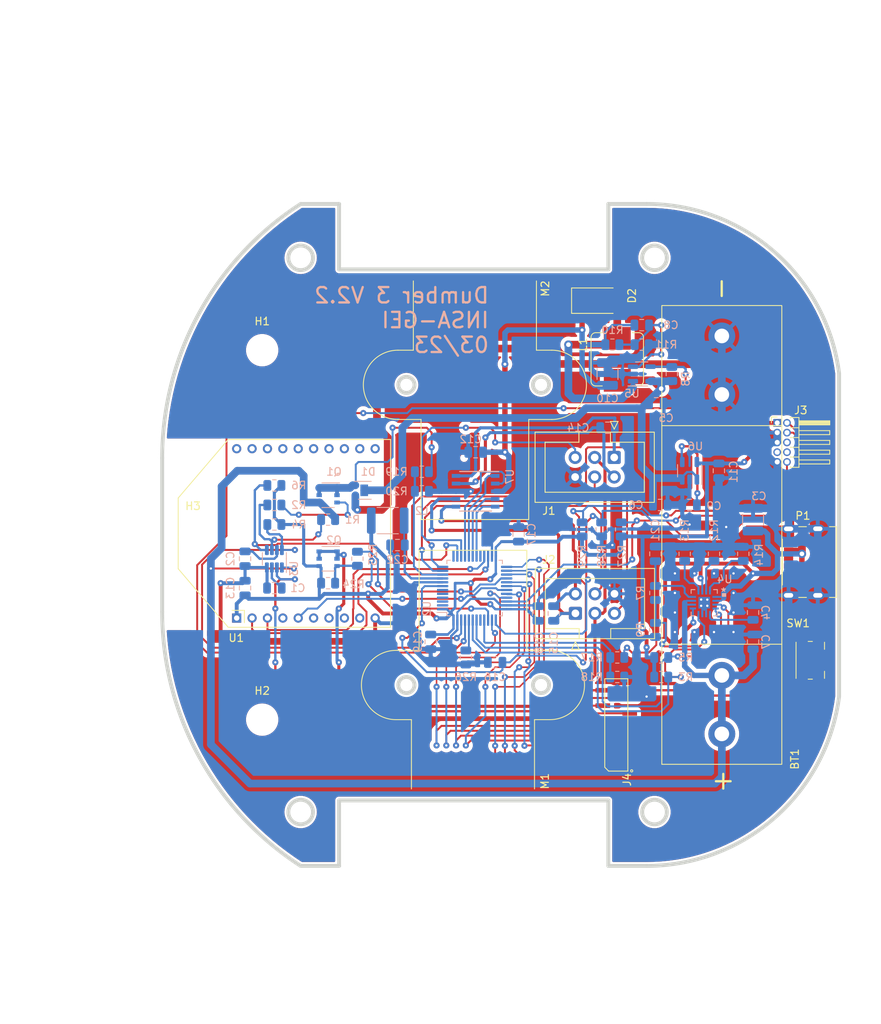
<source format=kicad_pcb>
(kicad_pcb (version 20211014) (generator pcbnew)
  (title_block (title "Dumber-3") (date "2023-04-14") (rev "2.2") (company "INSA-GEI"))
  (layers (0 "F.Cu" signal) (31 "B.Cu" signal) (34 "B.Paste" user) (35 "F.Paste" user) (36 "B.SilkS" user "B.Silkscreen") (37 "F.SilkS" user "F.Silkscreen") (38 "B.Mask" user) (39 "F.Mask" user) (44 "Edge.Cuts" user))
  (net 0 "")
  (net 1 "+BATT")
  (net 2 "GND")
  (net 3 "Net-(C1-Pad1)")
  (net 4 "Net-(C2-Pad1)")
  (net 5 "VBUS")
  (net 6 "Net-(C4-Pad1)")
  (net 7 "Net-(C5-Pad1)")
  (net 8 "+2V5")
  (net 9 "+5V")
  (net 10 "/Power_Charge/Sense_BATT")
  (net 11 "Net-(C9-Pad1)")
  (net 14 "Net-(Q1-Pad3)")
  (net 15 "/Cpu/RESET")
  (net 16 "Net-(J1-Pad3)")
  (net 17 "Net-(C21-Pad1)")
  (net 18 "Net-(Q2-Pad3)")
  (net 19 "Net-(R7-Pad2)")
  (net 20 "Net-(R12-Pad1)")
  (net 21 "Net-(R13-Pad1)")
  (net 22 "Net-(R14-Pad1)")
  (net 23 "/Cpu/OUTGAUCHE_A")
  (net 24 "/Cpu/OUTGAUCHE_B")
  (net 25 "/Cpu/OUTDROIT_A")
  (net 27 "/Cpu/OUTDROIT_B")
  (net 31 "Net-(C8-Pad1)")
  (net 35 "Net-(D2-Pad2)")
  (net 42 "/Cpu/ENCGAUCHE_A")
  (net 43 "/Cpu/ENCGAUCHE_B")
  (net 44 "/Cpu/ENCDROIT_A")
  (net 45 "/Cpu/ENCDROIT_B")
  (net 46 "/Cpu/USART_RX")
  (net 53 "/Cpu/USART_TX")
  (net 54 "/Cpu/XBEE_RESET")
  (net 58 "Net-(R1-Pad1)")
  (net 59 "/Cpu/CHARGER_ST1")
  (net 61 "/Cpu/SHUTDOWN")
  (net 62 "/Cpu/CHARGER_ST2")
  (net 63 "/Cpu/PWM_GAUCHE_A")
  (net 64 "/Cpu/PWM_GAUCHE_B")
  (net 65 "/Cpu/BUTTON_SENSE")
  (net 66 "/Cpu/USB_SENSE")
  (net 67 "/Cpu/BATTERY_SENSE")
  (net 68 "/Cpu/SHUTDOWN_ENC")
  (net 69 "Net-(R26-Pad2)")
  (net 70 "/Cpu/SEG_A")
  (net 71 "/Cpu/SEG_B")
  (net 72 "/Cpu/SEG_C")
  (net 73 "/Cpu/SEG_D")
  (net 74 "/Cpu/SWDIO")
  (net 75 "/Cpu/PWM_DROIT_A")
  (net 76 "/Cpu/PWM_DROIT_B")
  (net 77 "/Cpu/SWCLK")
  (net 78 "/Cpu/SHUTDOWN_5V")
  (net 80 "/Cpu/SEG_E")
  (net 81 "/Cpu/SEG_F")
  (net 82 "/Cpu/SEG_G")
  (net 83 "/Cpu/SEG_DP")
  (net 84 "/Cpu/BUTTON_PRESS")
  (net 85 "Net-(U2-Pad9)")
  (footprint "INSA:Motor Pololu HPCB with encoder" (layer "F.Cu") (at 150.15 150 90)
    (fp_text reference "M1")
    (fp_text value "Motor")
  )
  (footprint "Button_Switch_SMD:Panasonic_EVQPUJ_EVQPUA" (layer "F.Cu") (at 194 122.288 -90)
    (fp_text reference "SW1")
    (fp_text value "SW_Push")
  )
  (footprint "Connector_IDC:IDC-Header_2x03_P2.54mm_Vertical" (layer "F.Cu") (at 168.513 95.9355 -90)
    (fp_text reference "J1")
    (fp_text value "Conn_02x03_Odd_Even")
  )
  (footprint "Diode_SMD:D_SMA" (layer "F.Cu") (at 166.37 75.565)
    (fp_text reference "D2")
    (fp_text value "FM5818-W")
  )
  (footprint "Inductor_SMD:L_Bourns_SRP7028A_7.3x6.6mm" (layer "F.Cu") (at 168.91 83.185 90)
    (fp_text reference "L1")
    (fp_text value "10µH")
  )
  (footprint "INSA:TE 1-84982-0" (layer "F.Cu") (at 168.783 130.683 90)
    (fp_text reference "J4")
    (fp_text value "TE 1-84982-0")
  )
  (footprint "INSA:Motor Pololu HPCB with encoder" (layer "F.Cu") (at 150.4 62 -90)
    (fp_text reference "M2")
    (fp_text value "Motor")
  )
  (footprint "INSA:Battery-14500" (layer "F.Cu") (at 182.5 106 90)
    (fp_text reference "BT1")
    (fp_text value "Li-ION")
  )
  (footprint "Connector_IDC:IDC-Header_2x03_P2.54mm_Vertical" (layer "F.Cu") (at 163.468 116.188 90)
    (fp_text reference "J2")
    (fp_text value "Conn_02x03_Odd_Even")
  )
  (footprint "INSA:USB_C_Receptacle_GCT_USB4125" (layer "F.Cu") (at 190.5 114 90)
    (fp_text reference "P1")
    (fp_text value "USB_C_Plug_GCT_USB4125")
  )
  (footprint "MountingHole:MountingHole_3.2mm_M3_ISO14580" (layer "F.Cu") (at 113.75 106)
    (fp_text reference "H3")
    (fp_text value "MountingHole")
  )
  (footprint "MountingHole:MountingHole_3.2mm_M3_ISO14580" (layer "F.Cu") (at 122.75 130)
    (fp_text reference "H2")
    (fp_text value "MountingHole")
  )
  (footprint "MountingHole:MountingHole_3.2mm_M3_ISO14580" (layer "F.Cu") (at 122.75 82)
    (fp_text reference "H1")
    (fp_text value "MountingHole")
  )
  (footprint "Connector_PinHeader_1.27mm:PinHeader_2x05_P1.27mm_Horizontal" (layer "F.Cu") (at 189.7 91.44)
    (fp_text reference "J3")
    (fp_text value "Conn_02x05_Odd_Even")
  )
  (footprint "INSA:XBEE-3-TH" (layer "F.Cu") (at 139.435 118 90)
    (fp_text reference "U1")
    (fp_text value "XBEE-3")
  )
  (footprint "Capacitor_SMD:C_0805_2012Metric" (layer "B.Cu") (at 156.083 105.918 90)
    (fp_text reference "C17")
    (fp_text value "100nF")
  )
  (footprint "Resistor_SMD:R_0805_2012Metric" (layer "B.Cu") (at 168.275 81.28)
    (fp_text reference "R10")
    (fp_text value "40.2K")
  )
  (footprint "Package_QFP:LQFP-48_7x7mm_P0.5mm" (layer "B.Cu") (at 150.368 112.903)
    (fp_text reference "U2")
    (fp_text value "STM32F071CBTx")
  )
  (footprint "Capacitor_SMD:C_0805_2012Metric" (layer "B.Cu") (at 186.563 116.078 90)
    (fp_text reference "C4")
    (fp_text value "10nF")
  )
  (footprint "Resistor_SMD:R_0805_2012Metric" (layer "B.Cu") (at 173.863 113.538 -90)
    (fp_text reference "R7")
    (fp_text value "1K")
  )
  (footprint "Resistor_SMD:R_0805_2012Metric" (layer "B.Cu") (at 168.91 121.92 180)
    (fp_text reference "R17")
    (fp_text value "1K")
  )
  (footprint "Capacitor_SMD:C_0805_2012Metric" (layer "B.Cu") (at 174.498 102.108)
    (fp_text reference "C6")
    (fp_text value "10µF")
  )
  (footprint "Inductor_SMD:L_1812_4532Metric" (layer "B.Cu") (at 139.065 104.14 180)
    (fp_text reference "L2")
    (fp_text value "5,6µH")
  )
  (footprint "Resistor_SMD:R_0805_2012Metric" (layer "B.Cu") (at 174.625 124.46)
    (fp_text reference "R3")
    (fp_text value "1K")
  )
  (footprint "Capacitor_SMD:C_0805_2012Metric" (layer "B.Cu") (at 144.653 119.888 -90)
    (fp_text reference "C19")
    (fp_text value "100nF")
  )
  (footprint "Package_TO_SOT_SMD:SOT-23-8" (layer "B.Cu") (at 124.333 109.093 90)
    (fp_text reference "U3")
    (fp_text value "LTC2954-2")
  )
  (footprint "Package_SO:TSOP-6_1.65x3.05mm_P0.95mm" (layer "B.Cu") (at 131.318 109.093 180)
    (fp_text reference "Q2")
    (fp_text value "PMN52XP")
  )
  (footprint "Capacitor_SMD:C_0805_2012Metric" (layer "B.Cu") (at 173.863 108.458 90)
    (fp_text reference "C21")
    (fp_text value "1nF")
  )
  (footprint "Resistor_SMD:R_0805_2012Metric" (layer "B.Cu") (at 131.318 112.268)
    (fp_text reference "R24")
    (fp_text value "100K")
  )
  (footprint "Resistor_SMD:R_0805_2012Metric" (layer "B.Cu") (at 131.318 104.013)
    (fp_text reference "R1")
    (fp_text value "100K")
  )
  (footprint "Capacitor_SMD:C_0805_2012Metric" (layer "B.Cu") (at 186.563 119.888 90)
    (fp_text reference "C7")
    (fp_text value "1µF")
  )
  (footprint "Resistor_SMD:R_0805_2012Metric" (layer "B.Cu") (at 177.673 108.458 90)
    (fp_text reference "R13")
    (fp_text value "300")
  )
  (footprint "Capacitor_SMD:C_0805_2012Metric" (layer "B.Cu") (at 140.335 107.315 180)
    (fp_text reference "C22")
    (fp_text value "1µF")
  )
  (footprint "Package_SO:SSOP-10_3.9x4.9mm_P1.00mm" (layer "B.Cu") (at 150.495 100.33 180)
    (fp_text reference "U7")
    (fp_text value "A3909")
  )
  (footprint "Capacitor_SMD:C_1210_3225Metric" (layer "B.Cu") (at 186.563 104.013 90)
    (fp_text reference "C3")
    (fp_text value "100µF")
  )
  (footprint "Resistor_SMD:R_0805_2012Metric" (layer "B.Cu") (at 124.333 102.108 180)
    (fp_text reference "R2")
    (fp_text value "100K")
  )
  (footprint "Capacitor_SMD:C_0805_2012Metric" (layer "B.Cu") (at 172.085 78.74 180)
    (fp_text reference "C8")
    (fp_text value "650pF")
  )
  (footprint "Resistor_SMD:R_0805_2012Metric" (layer "B.Cu") (at 174.625 121.92)
    (fp_text reference "R5")
    (fp_text value "1K")
  )
  (footprint "Resistor_SMD:R_0805_2012Metric" (layer "B.Cu") (at 172.085 81.28 180)
    (fp_text reference "R11")
    (fp_text value "13.3K")
  )
  (footprint "Capacitor_SMD:C_0805_2012Metric" (layer "B.Cu") (at 173.99 88.9)
    (fp_text reference "C5")
    (fp_text value "2.2µF")
  )
  (footprint "Resistor_SMD:R_0805_2012Metric" (layer "B.Cu") (at 168.91 124.46)
    (fp_text reference "R18")
    (fp_text value "1K")
  )
  (footprint "Resistor_SMD:R_0805_2012Metric" (layer "B.Cu") (at 143.51 97.79 180)
    (fp_text reference "R19")
    (fp_text value "150K")
  )
  (footprint "Capacitor_SMD:C_0805_2012Metric" (layer "B.Cu") (at 120.523 112.903 90)
    (fp_text reference "C13")
    (fp_text value "1µF")
  )
  (footprint "INSA:L6924UTR" (layer "B.Cu") (at 180.213 114.808 180)
    (fp_text reference "U4")
    (fp_text value "L6924U" hide)
  )
  (footprint "Resistor_SMD:R_0805_2012Metric" (layer "B.Cu") (at 173.863 118.3405 -90)
    (fp_text reference "R9")
    (fp_text value "470")
  )
  (footprint "Resistor_SMD:R_0805_2012Metric" (layer "B.Cu") (at 185.293 108.458 90)
    (fp_text reference "R14")
    (fp_text value "15K")
  )
  (footprint "Resistor_SMD:R_0805_2012Metric" (layer "B.Cu") (at 164.338 105.283 90)
    (fp_text reference "R29")
    (fp_text value "100K")
  )
  (footprint "Capacitor_SMD:C_1210_3225Metric" (layer "B.Cu") (at 167.64 85.09 90)
    (fp_text reference "C10")
    (fp_text value "10µF")
  )
  (footprint "Resistor_SMD:R_0805_2012Metric" (layer "B.Cu") (at 149.225 121.92 90)
    (fp_text reference "R26")
    (fp_text value "10K")
  )
  (footprint "Resistor_SMD:R_0805_2012Metric" (layer "B.Cu") (at 166.878 105.283 -90)
    (fp_text reference "R28")
    (fp_text value "100K")
  )
  (footprint "Resistor_SMD:R_0805_2012Metric" (layer "B.Cu") (at 176 85.09 -90)
    (fp_text reference "R8")
    (fp_text value "47K")
  )
  (footprint "Resistor_SMD:R_0805_2012Metric" (layer "B.Cu") (at 124.333 99.568 180)
    (fp_text reference "R6")
    (fp_text value "10K")
  )
  (footprint "Resistor_SMD:R_0805_2012Metric" (layer "B.Cu") (at 135.128 109.093 90)
    (fp_text reference "R25")
    (fp_text value "10R")
  )
  (footprint "Resistor_SMD:R_0805_2012Metric" (layer "B.Cu") (at 169.418 105.283 90)
    (fp_text reference "R27")
    (fp_text value "100K")
  )
  (footprint "Capacitor_SMD:C_0805_2012Metric" (layer "B.Cu") (at 167.64 92.075 180)
    (fp_text reference "C14")
    (fp_text value "470nF")
  )
  (footprint "Resistor_SMD:R_0805_2012Metric" (layer "B.Cu") (at 181.483 108.458 90)
    (fp_text reference "R12")
    (fp_text value "15K")
  )
  (footprint "Capacitor_SMD:C_0805_2012Metric" (layer "B.Cu") (at 160.655 116.205 90)
    (fp_text reference "C15")
    (fp_text value "470nF")
  )
  (footprint "Capacitor_SMD:C_0805_2012Metric" (layer "B.Cu") (at 150.495 95.25 180)
    (fp_text reference "C12")
    (fp_text value "1µF")
  )
  (footprint "Capacitor_SMD:C_0805_2012Metric" (layer "B.Cu") (at 124.333 112.903 180)
    (fp_text reference "C1")
    (fp_text value "10nF")
  )
  (footprint "Package_SO:TSOP-6_1.65x3.05mm_P0.95mm" (layer "B.Cu") (at 131.318 100.838 180)
    (fp_text reference "Q1")
    (fp_text value "PMN52XP")
  )
  (footprint "Package_TO_SOT_SMD:SOT-23-5" (layer "B.Cu") (at 178.308 97.663 90)
    (fp_text reference "U6")
    (fp_text value "AP2206")
  )
  (footprint "Capacitor_SMD:C_0805_2012Metric" (layer "B.Cu") (at 178.308 102.108 180)
    (fp_text reference "C9")
    (fp_text value "100pF")
  )
  (footprint "Capacitor_SMD:C_0805_2012Metric" (layer "B.Cu") (at 182.118 97.663 -90)
    (fp_text reference "C11")
    (fp_text value "10µF")
  )
  (footprint "Capacitor_SMD:C_0805_2012Metric" (layer "B.Cu") (at 158.623 116.205 90)
    (fp_text reference "C18")
    (fp_text value "100nF")
  )
  (footprint "INSA:Nexperia_SOT-1061" (layer "B.Cu") (at 134.763 99.203 -90)
    (fp_text reference "D1")
    (fp_text value "PMEG2020CPA")
  )
  (footprint "Package_TO_SOT_SMD:SOT-23-5" (layer "B.Cu") (at 172.085 85.09)
    (fp_text reference "U5")
    (fp_text value "LM2731XMF")
  )
  (footprint "Capacitor_SMD:C_0805_2012Metric" (layer "B.Cu") (at 153.035 122.555 180)
    (fp_text reference "C16")
    (fp_text value "100nF")
  )
  (footprint "Resistor_SMD:R_0805_2012Metric" (layer "B.Cu") (at 124.333 104.648 180)
    (fp_text reference "R4")
    (fp_text value "100K")
  )
  (footprint "Capacitor_SMD:C_0805_2012Metric" (layer "B.Cu") (at 120.523 109.093 -90)
    (fp_text reference "C2")
    (fp_text value "68nF")
  )
  (footprint "Resistor_SMD:R_0805_2012Metric" (layer "B.Cu") (at 143.51 100.33)
    (fp_text reference "R20")
    (fp_text value "100K")
  )
  (gr_circle locked (center 173.75 70) (end 173.75 69.99) (layer "Edge.Cuts") (width 0.0001) (fill solid))
  (gr_circle locked (center 141.5 86.5) (end 141.5 86.49) (layer "Edge.Cuts") (width 0.0001) (fill solid))
  (gr_circle locked (center 173.75 70) (end 173.75 68.4) (layer "Edge.Cuts") (width 0.5) (fill none))
  (gr_circle locked (center 141.5 86.5) (end 141.5 85.45) (layer "Edge.Cuts") (width 0.5) (fill none))
  (gr_line locked (start 167.75 63) (end 167.75 71.5) (layer "Edge.Cuts") (width 0.5))
  (gr_line locked (start 109.75 96) (end 109.75 116) (layer "Edge.Cuts") (width 0.5))
  (gr_circle locked (center 127.75 142) (end 127.75 140.4) (layer "Edge.Cuts") (width 0.5) (fill none))
  (gr_arc locked (start 109.75 96) (mid 114.542599 77.205054) (end 127.75 63) (layer "Edge.Cuts") (width 0.5))
  (gr_line locked (start 197.75 127) (end 197.75 85) (layer "Edge.Cuts") (width 0.5))
  (gr_circle locked (center 127.75 70) (end 127.75 68.4) (layer "Edge.Cuts") (width 0.5) (fill none))
  (gr_line locked (start 167.75 149) (end 172.75 149) (layer "Edge.Cuts") (width 0.5))
  (gr_line locked (start 172.75 63) (end 167.75 63) (layer "Edge.Cuts") (width 0.5))
  (gr_circle locked (center 159 125.5) (end 159 125.49) (layer "Edge.Cuts") (width 0.0001) (fill solid))
  (gr_circle locked (center 159 86.5) (end 159 86.49) (layer "Edge.Cuts") (width 0.0001) (fill solid))
  (gr_circle locked (center 149 116) (end 149 115.99) (layer "Edge.Cuts") (width 0.0001) (fill solid))
  (gr_line locked (start 132.75 149) (end 132.75 140.5) (layer "Edge.Cuts") (width 0.5))
  (gr_line locked (start 167.75 140.5) (end 167.75 149) (layer "Edge.Cuts") (width 0.5))
  (gr_line locked (start 127.75 149) (end 132.75 149) (layer "Edge.Cuts") (width 0.5))
  (gr_line locked (start 167.75 71.5) (end 132.75 71.5) (layer "Edge.Cuts") (width 0.5))
  (gr_circle locked (center 127.75 70) (end 127.75 69.99) (layer "Edge.Cuts") (width 0.0001) (fill solid))
  (gr_arc locked (start 127.75 149) (mid 114.542599 134.794946) (end 109.75 116) (layer "Edge.Cuts") (width 0.5))
  (gr_circle locked (center 173.75 142) (end 173.75 140.4) (layer "Edge.Cuts") (width 0.5) (fill none))
  (gr_circle locked (center 149 96) (end 149 95.99) (layer "Edge.Cuts") (width 0.0001) (fill solid))
  (gr_line locked (start 132.75 63) (end 127.75 63) (layer "Edge.Cuts") (width 0.5))
  (gr_line locked (start 132.75 71.5) (end 132.75 63) (layer "Edge.Cuts") (width 0.5))
  (gr_arc locked (start 172.75 63) (mid 189.400824 69.283153) (end 197.75 85) (layer "Edge.Cuts") (width 0.5))
  (gr_circle locked (center 159 86.5) (end 159 85.45) (layer "Edge.Cuts") (width 0.5) (fill none))
  (gr_circle locked (center 173.75 142) (end 173.75 141.99) (layer "Edge.Cuts") (width 0.0001) (fill solid))
  (gr_circle locked (center 141.5 125.5) (end 141.5 125.49) (layer "Edge.Cuts") (width 0.0001) (fill solid))
  (gr_line locked (start 132.75 140.5) (end 167.75 140.5) (layer "Edge.Cuts") (width 0.5))
  (gr_circle locked (center 159 125.5) (end 159 124.45) (layer "Edge.Cuts") (width 0.5) (fill none))
  (gr_circle locked (center 141.5 125.5) (end 141.5 124.45) (layer "Edge.Cuts") (width 0.5) (fill none))
  (gr_arc locked (start 197.75 127) (mid 189.400826 142.716848) (end 172.75 149) (layer "Edge.Cuts") (width 0.5))
  (gr_circle locked (center 127.75 142) (end 127.76 142) (layer "Edge.Cuts") (width 0.0001) (fill solid))
  (gr_text "Dumber 3 V2.2\nINSA-GEI\n03/23\n" (at 152.4 78.105) (layer "B.SilkS") (effects (font (size 2 2) (thickness 0.3)) (justify left mirror)))
  (segment (start 126.873 110.363) (end 116.078 110.363) (width 0.25) (layer "F.Cu") (net 1))
  (via (at 116.078 110.363) (size 0.8) (drill 0.3) (layers "F.Cu" "B.Cu") (net 1))
  (via (at 126.873 110.363) (size 0.8) (drill 0.3) (layers "F.Cu" "B.Cu") (net 1))
  (segment (start 117.475 107.696) (end 117.475 99.695) (width 1) (layer "B.Cu") (net 1))
  (segment (start 116.078 109.093) (end 117.475 107.696) (width 1) (layer "B.Cu") (net 1))
  (segment (start 132.2305 104.013) (end 132.2305 103.8605) (width 0.7) (layer "B.Cu") (net 1))
  (segment (start 128.143 98.298) (end 128.143 101.473) (width 1) (layer "B.Cu") (net 1))
  (segment (start 127.508 97.663) (end 128.143 98.298) (width 1) (layer "B.Cu") (net 1))
  (segment (start 182.5 137.415) (end 181.612 138.303) (width 1) (layer "B.Cu") (net 1))
  (segment (start 126.7405 110.2305) (end 126.873 110.363) (width 0.25) (layer "B.Cu") (net 1))
  (segment (start 116.078 110.363) (end 116.078 109.093) (width 1) (layer "B.Cu") (net 1))
  (segment (start 130.158 101.788) (end 130.253 101.788) (width 1) (layer "B.Cu") (net 1))
  (segment (start 116.078 133.223) (end 116.078 110.363) (width 1) (layer "B.Cu") (net 1))
  (segment (start 121.158 138.303) (end 116.078 133.223) (width 1) (layer "B.Cu") (net 1))
  (segment (start 182.5 131.85) (end 182.5 124.25) (width 1) (layer "B.Cu") (net 1))
  (segment (start 119.507 97.663) (end 127.508 97.663) (width 1) (layer "B.Cu") (net 1))
  (segment (start 177.923 115.058) (end 178.7398 115.058) (width 0.25) (layer "B.Cu") (net 1))
  (segment (start 185.376 124.25) (end 186.563 123.063) (width 1) (layer "B.Cu") (net 1))
  (segment (start 182.5 131.85) (end 182.5 137.415) (width 1) (layer "B.Cu") (net 1))
  (segment (start 178.86 124.25) (end 177.673 123.063) (width 0.7) (layer "B.Cu") (net 1))
  (segment (start 132.2305 103.7655) (end 132.2305 104.013) (width 1) (layer "B.Cu") (net 1))
  (segment (start 117.475 99.695) (end 119.507 97.663) (width 1) (layer "B.Cu") (net 1))
  (segment (start 177.673 123.063) (end 177.673 114.808) (width 0.7) (layer "B.Cu") (net 1))
  (segment (start 181.612 138.303) (end 121.158 138.303) (width 1) (layer "B.Cu") (net 1))
  (segment (start 186.563 123.063) (end 186.563 120.838) (width 1) (layer "B.Cu") (net 1))
  (segment (start 182.5 124.25) (end 178.86 124.25) (width 0.7) (layer "B.Cu") (net 1))
  (segment (start 177.923 114.558) (end 177.673 114.808) (width 0.25) (layer "B.Cu") (net 1))
  (segment (start 128.458 101.788) (end 130.158 101.788) (width 1) (layer "B.Cu") (net 1))
  (segment (start 177.673 114.808) (end 177.923 115.058) (width 0.25) (layer "B.Cu") (net 1))
  (segment (start 128.143 101.473) (end 128.458 101.788) (width 1) (layer "B.Cu") (net 1))
  (segment (start 125.308 110.2305) (end 126.7405 110.2305) (width 0.25) (layer "B.Cu") (net 1))
  (segment (start 130.253 101.788) (end 132.2305 103.7655) (width 1) (layer "B.Cu") (net 1))
  (segment (start 178.7398 114.558) (end 177.923 114.558) (width 0.25) (layer "B.Cu") (net 1))
  (segment (start 182.5 124.25) (end 185.376 124.25) (width 1) (layer "B.Cu") (net 1))
  (segment (start 118.11 120.015) (end 117.348 119.253) (width 0.5) (layer "F.Cu") (net 2))
  (segment (start 168.548 113.648) (end 168.548 107.588) (width 0.4) (layer "F.Cu") (net 2))
  (segment (start 117.348 119.253) (end 117.348 112.268) (width 0.5) (layer "F.Cu") (net 2))
  (segment (start 194.945 124.093) (end 194.945 113.885) (width 1) (layer "F.Cu") (net 2))
  (segment (start 172.72 127) (end 172.72 134.8105) (width 0.25) (layer "F.Cu") (net 2))
  (segment (start 137.16 120.015) (end 118.11 120.015) (width 0.5) (layer "F.Cu") (net 2))
  (segment (start 191.18 106.78) (end 191.18 105.21) (width 1) (layer "F.Cu") (net 2))
  (segment (start 137.435 119.74) (end 137.16 120.015) (width 0.5) (layer "F.Cu") (net 2))
  (segment (start 178.308 104.648) (end 182.748 104.648) (width 0.5) (layer "F.Cu") (net 2))
  (segment (start 161.5785 100.33) (end 163.433 98.4755) (width 0.7) (layer "F.Cu") (net 2))
  (segment (start 172.72 134.8105) (end 172.3475 135.183) (width 0.25) (layer "F.Cu") (net 2))
  (segment (start 172.3475 135.183) (end 170.533 135.183) (width 0.25) (layer "F.Cu") (net 2))
  (segment (start 168.548 107.588) (end 168.275 107.315) (width 0.4) (layer "F.Cu") (net 2))
  (segment (start 149.86 100.33) (end 161.5785 100.33) (width 0.7) (layer "F.Cu") (net 2))
  (segment (start 137.435 116.8) (end 137.435 119.74) (width 0.5) (layer "F.Cu") (net 2))
  (segment (start 182.748 104.648) (end 183.068 104.968) (width 0.5) (layer "F.Cu") (net 2))
  (segment (start 194.85 124.188) (end 194.945 124.093) (width 1) (layer "F.Cu") (net 2))
  (segment (start 191.18 112.28) (end 191.18 113.85) (width 1) (layer "F.Cu") (net 2))
  (segment (start 194.945 113.885) (end 194.98 113.85) (width 1) (layer "F.Cu") (net 2))
  (via locked (at 184.023 113.538) (size 0.8) (drill 0.3) (layers "F.Cu" "B.Cu") (net 2))
  (via locked (at 176.403 110.998) (size 0.8) (drill 0.3) (layers "F.Cu" "B.Cu") (net 2))
  (via (at 149.86 100.33) (size 0.8) (drill 0.3) (layers "F.Cu" "B.Cu") (net 2))
  (via locked (at 181.483 110.998) (size 0.8) (drill 0.3) (layers "F.Cu" "B.Cu") (net 2))
  (via (at 172.72 127) (size 0.8) (drill 0.3) (layers "F.Cu" "B.Cu") (net 2))
  (via (at 117.348 112.268) (size 0.8) (drill 0.3) (layers "F.Cu" "B.Cu") (net 2))
  (via locked (at 176.403 116.078) (size 0.8) (drill 0.3) (layers "F.Cu" "B.Cu") (net 2))
  (via (at 168.275 107.315) (size 0.8) (drill 0.3) (layers "F.Cu" "B.Cu") (net 2))
  (via locked (at 176.403 113.538) (size 0.8) (drill 0.3) (layers "F.Cu" "B.Cu") (net 2))
  (via locked (at 178.943 118.618) (size 0.8) (drill 0.3) (layers "F.Cu" "B.Cu") (net 2))
  (via locked (at 178.943 110.998) (size 0.8) (drill 0.3) (layers "F.Cu" "B.Cu") (net 2))
  (via locked (at 184.023 110.998) (size 0.8) (drill 0.3) (layers "F.Cu" "B.Cu") (net 2))
  (via (at 183.068 104.968) (size 0.8) (drill 0.3) (layers "F.Cu" "B.Cu") (net 2))
  (via locked (at 176.403 118.618) (size 0.8) (drill 0.3) (layers "F.Cu" "B.Cu") (net 2))
  (via (at 178.308 104.648) (size 0.8) (drill 0.3) (layers "F.Cu" "B.Cu") (net 2))
  (via locked (at 181.483 118.618) (size 0.8) (drill 0.3) (layers "F.Cu" "B.Cu") (net 2))
  (via locked (at 184.023 118.618) (size 0.8) (drill 0.3) (layers "F.Cu" "B.Cu") (net 2))
  (via locked (at 184.023 116.078) (size 0.8) (drill 0.3) (layers "F.Cu" "B.Cu") (net 2))
  (segment (start 175.448 102.108) (end 177.358 102.108) (width 1) (layer "B.Cu") (net 2))
  (segment (start 188.468 94.504894) (end 188.992894 93.98) (width 1) (layer "B.Cu") (net 2))
  (segment (start 145.796 100.33) (end 145.923 100.203) (width 0.7) (layer "B.Cu") (net 2))
  (segment (start 168.098 105.233) (end 177.723 105.233) (width 0.4) (layer "B.Cu") (net 2))
  (segment (start 190.693 115.128) (end 191.18 115.615) (width 1) (layer "B.Cu") (net 2))
  (segment (start 182.5 92.33) (end 182.5 87.75) (width 1) (layer "B.Cu") (net 2))
  (segment (start 142.113 112.583) (end 142.113 116.713) (width 0.5) (layer "B.Cu") (net 2))
  (segment (start 171.45 118.745) (end 171.958 119.253) (width 0.4) (layer "B.Cu") (net 2))
  (segment (start 166.878 106.1955) (end 166.5205 106.1955) (width 0.4) (layer "B.Cu") (net 2))
  (segment (start 139.385 108.27) (end 140.335 109.22) (width 0.5) (layer "B.Cu") (net 2))
  (segment (start 165.608 105.283) (end 162.748 105.283) (width 0.4) (layer "B.Cu") (net 2))
  (segment (start 172.72 125.73) (end 171.323 124.333) (width 0.25) (layer "B.Cu") (net 2))
  (segment (start 168.275 105.41) (end 168.098 105.233) (width 0.4) (layer "B.Cu") (net 2))
  (segment (start 149.098 122.7055) (end 149.225 122.8325) (width 0.5) (layer "B.Cu") (net 2))
  (segment (start 153.223 104.968) (end 156.083 104.968) (width 0.3) (layer "B.Cu") (net 2))
  (segment (start 148.118 118.329396) (end 147.32 119.127396) (width 0.3) (layer "B.Cu") (net 2))
  (segment (start 185.2555 107.508) (end 185.293 107.5455) (width 1) (layer "B.Cu") (net 2))
  (segment (start 142.543 112.153) (end 142.113 112.583) (width 0.3) (layer "B.Cu") (net 2))
  (segment (start 178.308 98.8005) (end 178.308 101.158) (width 0.5) (layer "B.Cu") (net 2))
  (segment (start 171.958 119.253) (end 172.593 119.253) (width 0.4) (layer "B.Cu") (net 2))
  (segment (start 191.18 103.55) (end 191.18 105.21) (width 1) (layer "B.Cu") (net 2))
  (segment (start 168.548 111.398) (end 168.548 113.648) (width 0.3) (layer "B.Cu") (net 2))
  (segment (start 182.118 100.838) (end 182.118 98.613) (width 1) (layer "B.Cu") (net 2))
  (segment (start 168.275 107.315) (end 168.275 105.41) (width 0.4) (layer "B.Cu") (net 2))
  (segment (start 181.37 81.28) (end 182.5 80.15) (width 1) (layer "B.Cu") (net 2))
  (segment (start 190.053 118.938) (end 191.18 117.811) (width 1) (layer "B.Cu") (net 2))
  (segment (start 147.945 100.33) (end 149.86 100.33) (width 0.7) (layer "B.Cu") (net 2))
  (segment (start 189.7 92.71) (end 189.7 93.98) (width 1) (layer "B.Cu") (net 2))
  (segment (start 186.563 102.538) (end 189.308 102.538) (width 1) (layer "B.Cu") (net 2))
  (segment (start 120.523 111.953) (end 120.523 110.043) (width 0.4) (layer "B.Cu") (net 2))
  (segment (start 171.445 83.19) (end 168.065 83.19) (width 1) (layer "B.Cu") (net 2))
  (segment (start 177.358 103.698) (end 178.308 104.648) (width 0.5) (layer "B.Cu") (net 2))
  (segment (start 167.64 83.615) (end 167.64 84.455) (width 1) (layer "B.Cu") (net 2))
  (segment (start 148.1055 122.7055) (end 149.098 122.7055) (width 0.5) (layer "B.Cu") (net 2))
  (segment (start 188.468 94.504894) (end 182.769894 94.504894) (width 1) (layer "B.Cu") (net 2))
  (segment (start 161.163 104.968) (end 161.798 104.333) (width 0.5) (layer "B.Cu") (net 2))
  (segment (start 156.083 104.968) (end 161.163 104.968) (width 0.5) (layer "B.Cu") (net 2))
  (segment (start 182.5 94.235) (end 182.5 92.33) (width 1) (layer "B.Cu") (net 2))
  (segment (start 149.225 114.935) (end 149.86 114.3) (width 0.3) (layer "B.Cu") (net 2))
  (segment (start 149.86 114.3) (end 152.90967 114.3) (width 0.3) (layer "B.Cu") (net 2))
  (segment (start 191.18 115.615) (end 191.18 113.85) (width 1) (layer "B.Cu") (net 2))
  (segment (start 166.878 106.1955) (end 166.878 106.172) (width 0.4) (layer "B.Cu") (net 2))
  (segment (start 141.158 112.583) (end 142.113 112.583) (width 0.5) (layer "B.Cu") (net 2))
  (segment (start 152.618 105.573) (end 153.223 104.968) (width 0.3) (layer "B.Cu") (net 2))
  (segment (start 138.11 117.475) (end 142.113 117.475) (width 0.5) (layer "B.Cu") (net 2))
  (segment (start 145.923 100.203) (end 146.05 100.33) (width 0.7) (layer "B.Cu") (net 2))
  (segment (start 194.98 113.85) (end 191.18 113.85) (width 1) (layer "B.Cu") (net 2))
  (segment (start 139.385 107.315) (end 139.385 108.27) (width 0.5) (layer "B.Cu") (net 2))
  (segment (start 140.335 111.76) (end 141.158 112.583) (width 0.5) (layer "B.Cu") (net 2))
  (segment (start 189.308 102.538) (end 190.168 102.538) (width 1) (layer "B.Cu") (net 2))
  (segment (start 182.769894 94.504894) (end 182.5 94.235) (width 1) (layer "B.Cu") (net 2))
  (segment (start 153.76267 115.153) (end 154.5305 115.153) (width 0.3) (layer "B.Cu") (net 2))
  (segment (start 117.348 112.268) (end 120.208 112.268) (width 0.5) (layer "B.Cu") (net 2))
  (segment (start 186.563 118.938) (end 190.053 118.938) (width 1) (layer "B.Cu") (net 2))
  (segment (start 191.19 105.2) (end 191.18 105.21) (width 1) (layer "B.Cu") (net 2))
  (segment (start 158.623 114.427) (end 162.56 110.49) (width 0.3) (layer "B.Cu") (net 2))
  (segment (start 183.068 107.508) (end 185.2555 107.508) (width 1) (layer "B.Cu") (net 2))
  (segment (start 142.113 120.523) (end 142.428 120.838) (width 0.5) (layer "B.Cu") (net 2))
  (segment (start 168.065 83.19) (end 167.64 83.615) (width 1) (layer "B.Cu") (net 2))
  (segment (start 186.563 115.128) (end 190.693 115.128) (width 1) (layer "B.Cu") (net 2))
  (segment (start 171.323 124.333) (end 171.45 124.206) (width 0.5) (layer "B.Cu") (net 2))
  (segment (start 183.068 103.698) (end 183.068 104.968) (width 1) (layer "B.Cu") (net 2))
  (segment (start 173.863 107.508) (end 183.068 107.508) (width 1) (layer "B.Cu") (net 2))
  (segment (start 167.64 110.49) (end 168.548 111.398) (width 0.3) (layer "B.Cu") (net 2))
  (segment (start 149.545 95.25) (end 146.05 95.25) (width 0.7) (layer "B.Cu") (net 2))
  (segment (start 147.32 122.555) (end 147.4705 122.7055) (width 0.3) (layer "B.Cu") (net 2))
  (segment (start 183.818 102.538) (end 182.118 100.838) (width 1) (layer "B.Cu") (net 2))
  (segment (start 152.618 108.7405) (end 152.618 105.573) (width 0.3) (layer "B.Cu") (net 2))
  (segment (start 166.878 106.172) (end 167.817 105.233) (width 0.4) (layer "B.Cu") (net 2))
  (segment (start 177.723 105.233) (end 178.308 104.648) (width 0.4) (layer "B.Cu") (net 2))
  (segment (start 194.98 105.2) (end 194.98 113.85) (width 1) (layer "B.Cu") (net 2))
  (segment (start 144.4225 100.33) (end 145.796 100.33) (width 0.7) (layer "B.Cu") (net 2))
  (segment (start 140.335 109.22) (end 140.335 111.76) (width 0.5) (layer "B.Cu") (net 2))
  (segment (start 149.5025 122.555) (end 149.225 122.8325) (width 0.5) (layer "B.Cu") (net 2))
  (segment (start 158.623 115.255) (end 158.623 114.427) (width 0.3) (layer "B.Cu") (net 2))
  (segment (start 188.992894 93.98) (end 189.7 93.98) (width 1) (layer "B.Cu") (net 2))
  (segment (start 123.383 110.2555) (end 123.358 110.2305) (width 0.4) (layer "B.Cu") (net 2))
  (segment (start 171.45 124.206) (end 171.45 119.888) (width 0.5) (layer "B.Cu") (net 2))
  (segment (start 146.05 100.076) (end 145.923 100.203) (width 0.7) (layer "B.Cu") (net 2))
  (segment (start 142.428 120.838) (end 144.653 120.838) (width 0.5) (layer "B.Cu") (net 2))
  (segment (start 190.168 102.538) (end 191.18 103.55) (width 1) (layer "B.Cu") (net 2))
  (segment (start 184.228 102.538) (end 183.818 102.538) (width 1) (layer "B.Cu") (net 2))
  (segment (start 184.228 102.538) (end 183.068 103.698) (width 1) (layer "B.Cu") (net 2))
  (segment (start 161.798 100.1105) (end 161.798 104.333) (width 0.4) (layer "B.Cu") (net 2))
  (segment (start 152.90967 114.3) (end 153.76267 115.153) (width 0.3) (layer "B.Cu") (net 2))
  (segment (start 189.7 96.52) (end 189.23 96.52) (width 1) (layer "B.Cu") (net 2))
  (segment (start 179.963 115.058) (end 180.213 114.808) (width 0.25) (layer "B.Cu") (net 2))
  (segment (start 148.118 116.042) (end 148.118 117.0655) (width 0.25) (layer "B.Cu") (net 2))
  (segment (start 171.45 119.888) (end 172.085 119.253) (width 0.5) (layer "B.Cu") (net 2))
  (segment (start 146.05 95.25) (end 146.05 100.076) (width 0.7) (layer "B.Cu") (net 2))
  (segment (start 172.593 119.253) (end 173.863 119.253) (width 0.5) (layer "B.Cu") (net 2))
  (segment (start 166.5205 106.1955) (end 165.608 105.283) (width 0.4) (layer "B.Cu") (net 2))
  (segment (start 144.653 120.838) (end 144.653 121.793) (width 0.5) (layer "B.Cu") (net 2))
  (segment (start 144.653 121.793) (end 145.5655 122.7055) (width 0.5) (layer "B.Cu") (net 2))
  (segment (start 142.113 117.475) (end 142.113 116.713) (width 0.5) (layer "B.Cu") (net 2))
  (segment (start 162.56 110.49) (end 167.64 110.49) (width 0.3) (layer "B.Cu") (net 2))
  (segment (start 152.085 122.555) (end 149.5025 122.555) (width 0.5) (layer "B.Cu") (net 2))
  (segment (start 183.068 104.968) (end 183.068 107.508) (width 1) (layer "B.Cu") (net 2))
  (segment (start 172.9975 81.28) (end 181.37 81.28) (width 1) (layer "B.Cu") (net 2))
  (segment (start 137.435 116.8) (end 138.11 117.475) (width 0.5) (layer "B.Cu") (net 2))
  (segment (start 186.563 102.538) (end 184.228 102.538) (width 1) (layer "B.Cu") (net 2))
  (segment (start 167.64 84.455) (end 168.275 85.09) (width 1) (layer "B.Cu") (net 2))
  (segment (start 174.94 88.9) (end 181.35 88.9) (width 1) (layer "B.Cu") (net 2))
  (segment (start 147.4705 122.7055) (end 148.1055 122.7055) (width 0.3) (layer "B.Cu") (net 2))
  (segment (start 120.208 112.268) (end 120.523 111.953) (width 0.5) (layer "B.Cu") (net 2))
  (segment (start 191.18 117.811) (end 191.18 115.615) (width 1) (layer "B.Cu") (net 2))
  (segment (start 177.358 102.108) (end 177.358 103.698) (width 0.5) (layer "B.Cu") (net 2))
  (segment (start 148.118 117.0655) (end 148.118 118.329396) (width 0.3) (layer "B.Cu") (net 2))
  (segment (start 120.7105 110.2305) (end 120.523 110.043) (width 0.4) (layer "B.Cu") (net 2))
  (segment (start 169.8225 124.46) (end 171.196 124.46) (width 0.5) (layer "B.Cu") (net 2))
  (segment (start 154.5305 115.153) (end 158.521 115.153) (width 0.3) (layer "B.Cu") (net 2))
  (segment (start 178.308 101.158) (end 177.358 102.108) (width 0.5) (layer "B.Cu") (net 2))
  (segment (start 194.98 105.2) (end 191.19 105.2) (width 1) (layer "B.Cu") (net 2))
  (segment (start 146.05 100.33) (end 147.945 100.33) (width 0.7) (layer "B.Cu") (net 2))
  (segment (start 162.748 105.283) (end 161.798 104.333) (width 0.4) (layer "B.Cu") (net 2))
  (segment (start 180.463 115.358) (end 180.613 115.208) (width 0.25) (layer "B.Cu") (net 2))
  (segment (start 171.45 114.3) (end 171.45 118.745) (width 0.4) (layer "B.Cu") (net 2))
  (segment (start 123.358 110.2305) (end 120.7105 110.2305) (width 0.4) (layer "B.Cu") (net 2))
  (segment (start 189.7 102.146) (end 189.308 102.538) (width 1) (layer "B.Cu") (net 2))
  (segment (start 123.383 112.903) (end 123.383 110.2555) (width 0.4) (layer "B.Cu") (net 2))
  (segment (start 182.5 80.15) (end 182.5 87.75) (width 1) (layer "B.Cu") (net 2))
  (segment (start 168.275 85.09) (end 169.545 85.09) (width 1) (layer "B.Cu") (net 2))
  (segment (start 172.9975 81.6375) (end 171.445 83.19) (width 1) (layer "B.Cu") (net 2))
  (segment (start 158.521 115.153) (end 158.623 115.255) (width 0.3) (layer "B.Cu") (net 2))
  (segment (start 172.085 119.253) (end 172.593 119.253) (width 0.5) (layer "B.Cu") (net 2))
  (segment (start 172.72 127) (end 172.72 125.73) (width 0.25) (layer "B.Cu") (net 2))
  (segment (start 147.32 119.127396) (end 147.32 122.555) (width 0.3) (layer "B.Cu") (net 2))
  (segment (start 171.196 124.46) (end 171.323 124.333) (width 0.5) (layer "B.Cu") (net 2))
  (segment (start 146.2055 112.153) (end 142.543 112.153) (width 0.3) (layer "B.Cu") (net 2))
  (segment (start 181.35 88.9) (end 182.5 87.75) (width 1) (layer "B.Cu") (net 2))
  (segment (start 142.113 116.713) (end 142.113 120.523) (width 0.5) (layer "B.Cu") (net 2))
  (segment (start 179.963 116.2812) (end 179.963 115.058) (width 0.25) (layer "B.Cu") (net 2))
  (segment (start 189.23 96.52) (end 188.468 95.758) (width 1) (layer "B.Cu") (net 2))
  (segment (start 167.817 105.233) (end 168.098 105.233) (width 0.4) (layer "B.Cu") (net 2))
  (segment (start 149.225 114.935) (end 148.118 116.042) (width 0.25) (layer "B.Cu") (net 2))
  (segment (start 163.433 98.4755) (end 161.798 100.1105) (width 0.4) (layer "B.Cu") (net 2))
  (segment (start 168.548 113.648) (end 170.798 113.648) (width 0.4) (layer "B.Cu") (net 2))
  (segment (start 189.7 96.52) (end 189.7 102.146) (width 1) (layer "B.Cu") (net 2))
  (segment (start 172.9975 81.28) (end 172.9975 81.6375) (width 1) (layer "B.Cu") (net 2))
  (segment (start 170.798 113.648) (end 171.45 114.3) (width 0.4) (layer "B.Cu") (net 2))
  (segment (start 180.463 116.2812) (end 180.463 115.358) (width 0.25) (layer "B.Cu") (net 2))
  (segment (start 188.468 95.758) (end 188.468 94.504894) (width 1) (layer "B.Cu") (net 2))
  (segment (start 169.545 85.09) (end 170.9475 85.09) (width 0.5) (layer "B.Cu") (net 2))
  (segment (start 145.5655 122.7055) (end 148.1055 122.7055) (width 0.5) (layer "B.Cu") (net 2))
  (segment (start 124.008 111.628) (end 125.283 112.903) (width 0.3) (layer "B.Cu") (net 3))
  (segment (start 124.008 110.2305) (end 124.008 111.628) (width 0.3) (layer "B.Cu") (net 3))
  (segment (start 124.658 107.9555) (end 124.658 108.768) (width 0.3) (layer "B.Cu") (net 4))
  (segment (start 124.333 109.093) (end 122.428 109.093) (width 0.3) (layer "B.Cu") (net 4))
  (segment (start 121.478 108.143) (end 120.523 108.143) (width 0.3) (layer "B.Cu") (net 4))
  (segment (start 124.658 108.768) (end 124.333 109.093) (width 0.3) (layer "B.Cu") (net 4))
  (segment (start 122.428 109.093) (end 121.478 108.143) (width 0.3) (layer "B.Cu") (net 4))
  (segment (start 192.913 104.013) (end 195.453 101.473) (width 1) (layer "F.Cu") (net 5))
  (segment (start 175.768 109.728) (end 179.578 109.728) (width 0.5) (layer "F.Cu") (net 5))
  (segment (start 177.038 119.888) (end 175.768 119.888) (width 0.5) (layer "F.Cu") (net 5))
  (segment (start 185.293 109.728) (end 186.563 110.998) (width 0.5) (layer "F.Cu") (net 5))
  (segment (start 195.453 101.473) (end 195.453 86.233) (width 1) (layer "F.Cu") (net 5))
  (segment (start 179.737444 111.633) (end 179.743 111.627444) (width 0.5) (layer "F.Cu") (net 5))
  (segment (start 179.578 109.728) (end 185.293 109.728) (width 0.5) (layer "F.Cu") (net 5))
  (segment (start 161.255 83.785) (end 159.258 81.788) (width 1) (layer "F.Cu") (net 5))
  (segment (start 159.258 81.788) (end 138.938 81.788) (width 1) (layer "F.Cu") (net 5))
  (segment (start 170.18 120.65) (end 170.815 121.285) (width 0.25) (layer "F.Cu") (net 5))
  (segment (start 137.668 91.948) (end 139.065 93.345) (width 1) (layer "F.Cu") (net 5))
  (segment (start 177.673 118.510062) (end 177.673 119.253) (width 0.5) (layer "F.Cu") (net 5))
  (segment (start 175.133 110.363) (end 175.768 109.728) (width 0.5) (layer "F.Cu") (net 5))
  (segment (start 139.065 101.981) (end 138.303 102.743) (width 1) (layer "F.Cu") (net 5))
  (segment (start 171.345 83.82) (end 171.31 83.785) (width 1) (layer "F.Cu") (net 5))
  (segment (start 173.99 120.295095) (end 173.99 119.38) (width 0.25) (layer "F.Cu") (net 5))
  (segment (start 191.18 111.05) (end 192.226 111.05) (width 0.7) (layer "F.Cu") (net 5))
  (segment (start 178.804412 117.37865) (end 177.673 118.510062) (width 0.5) (layer "F.Cu") (net 5))
  (segment (start 139.065 93.345) (end 139.065 101.981) (width 1) (layer "F.Cu") (net 5))
  (segment (start 171.31 83.785) (end 161.255 83.785) (width 1) (layer "F.Cu") (net 5))
  (segment (start 170.815 121.285) (end 173.000095 121.285) (width 0.25) (layer "F.Cu") (net 5))
  (segment (start 177.673 119.253) (end 177.038 119.888) (width 0.5) (layer "F.Cu") (net 5))
  (segment (start 193.04 83.82) (end 171.345 83.82) (width 1) (layer "F.Cu") (net 5))
  (segment (start 137.668 83.058) (end 137.668 91.948) (width 1) (layer "F.Cu") (net 5))
  (segment (start 195.453 86.233) (end 193.04 83.82) (width 1) (layer "F.Cu") (net 5))
  (segment (start 138.303 102.743) (end 135.128 102.743) (width 1) (layer "F.Cu") (net 5))
  (segment (start 173.000095 121.285) (end 173.99 120.295095) (width 0.25) (layer "F.Cu") (net 5))
  (segment (start 173.99 119.38) (end 175.26 119.38) (width 0.25) (layer "F.Cu") (net 5))
  (segment (start 179.743 109.893) (end 179.578 109.728) (width 0.5) (layer "F.Cu") (net 5))
  (segment (start 192.913 110.363) (end 192.913 108.458) (width 0.7) (layer "F.Cu") (net 5))
  (segment (start 179.743 111.627444) (end 179.743 109.893) (width 0.5) (layer "F.Cu") (net 5))
  (segment (start 175.133 119.253) (end 175.133 110.363) (width 0.5) (layer "F.Cu") (net 5))
  (segment (start 175.768 119.888) (end 175.133 119.253) (width 0.5) (layer "F.Cu") (net 5))
  (segment (start 192.226 111.05) (end 192.913 110.363) (width 0.7) (layer "F.Cu") (net 5))
  (segment (start 138.938 81.788) (end 137.668 83.058) (width 1) (layer "F.Cu") (net 5))
  (segment (start 192.913 108.458) (end 192.465 108.01) (width 0.7) (layer "F.Cu") (net 5))
  (segment (start 192.913 108.458) (end 192.913 104.013) (width 1) (layer "F.Cu") (net 5))
  (segment (start 192.465 108.01) (end 191.18 108.01) (width 0.7) (layer "F.Cu") (net 5))
  (via (at 192.913 108.458) (size 1.1) (drill 0.6) (layers "F.Cu" "B.Cu") (net 5))
  (via (at 135.128 102.743) (size 0.9) (drill 0.4) (layers "F.Cu" "B.Cu") (net 5))
  (via (at 186.563 110.998) (size 0.8) (drill 0.3) (layers "F.Cu" "B.Cu") (net 5))
  (via (at 170.18 120.65) (size 0.8) (drill 0.3) (layers "F.Cu" "B.Cu") (net 5))
  (via (at 178.804412 117.37865) (size 0.8) (drill 0.3) (layers "F.Cu" "B.Cu") (net 5))
  (via (at 179.737444 111.633) (size 0.8) (drill 0.3) (layers "F.Cu" "B.Cu") (net 5))
  (segment (start 186.563 105.488) (end 188.038 105.488) (width 0.7) (layer "B.Cu") (net 5))
  (segment (start 178.7398 117.314038) (end 178.804412 117.37865) (width 0.25) (layer "B.Cu") (net 5))
  (segment (start 170.18 120.65) (end 169.8225 121.0075) (width 0.25) (layer "B.Cu") (net 5))
  (segment (start 134.863 102.478) (end 134.863 100.853) (width 1) (layer "B.Cu") (net 5))
  (segment (start 186.563 110.998) (end 184.923 112.638) (width 0.7) (layer "B.Cu") (net 5))
  (segment (start 182.753 114.173) (end 182.368 114.558) (width 0.25) (layer "B.Cu") (net 5))
  (segment (start 178.7398 115.558001) (end 178.7398 117.314038) (width 0.25) (layer "B.Cu") (net 5))
  (segment (start 186.563 110.998) (end 189.103 110.998) (width 0.7) (layer "B.Cu") (net 5))
  (segment (start 183.650207 112.638) (end 182.753 113.535207) (width 0.7) (layer "B.Cu") (net 5))
  (segment (start 169.8225 121.0075) (end 169.8225 121.92) (width 0.25) (layer "B.Cu") (net 5))
  (segment (start 184.923 112.638) (end 183.650207 112.638) (width 0.7) (layer "B.Cu") (net 5))
  (segment (start 179.737444 111.633) (end 179.963 111.858556) (width 0.25) (layer "B.Cu") (net 5))
  (segment (start 188.468 107.188) (end 189.738 108.458) (width 0.7) (layer "B.Cu") (net 5))
  (segment (start 182.368 114.558) (end 181.6862 114.558) (width 0.25) (layer "B.Cu") (net 5))
  (segment (start 189.103 110.998) (end 189.738 110.363) (width 0.7) (layer "B.Cu") (net 5))
  (segment (start 181.6862 114.057999) (end 182.637999 114.057999) (width 0.25) (layer "B.Cu") (net 5))
  (segment (start 182.753 113.535207) (end 182.753 114.173) (width 0.7) (layer "B.Cu") (net 5))
  (segment (start 188.468 105.918) (end 188.468 107.188) (width 0.7) (layer "B.Cu") (net 5))
  (segment (start 135.128 102.743) (end 134.863 102.478) (width 1) (layer "B.Cu") (net 5))
  (segment (start 189.738 110.363) (end 189.738 108.458) (width 0.7) (layer "B.Cu") (net 5))
  (segment (start 182.637999 114.057999) (end 182.753 114.173) (width 0.25) (layer "B.Cu") (net 5))
  (segment (start 188.038 105.488) (end 188.468 105.918) (width 0.7) (layer "B.Cu") (net 5))
  (segment (start 179.963 111.858556) (end 179.963 113.3348) (width 0.25) (layer "B.Cu") (net 5))
  (segment (start 189.738 108.458) (end 192.913 108.458) (width 0.7) (layer "B.Cu") (net 5))
  (segment (start 180.963001 116.2812) (end 180.963001 116.828001) (width 0.25) (layer "B.Cu") (net 6))
  (segment (start 180.963001 116.828001) (end 181.163 117.028) (width 0.25) (layer "B.Cu") (net 6))
  (segment (start 186.563 117.028) (end 181.163 117.028) (width 0.25) (layer "B.Cu") (net 6))
  (segment (start 168.91 85.91) (end 173.54 85.91) (width 1) (layer "F.Cu") (net 7))
  (segment (start 173.54 85.91) (end 174.625 86.995) (width 1) (layer "F.Cu") (net 7))
  (via (at 174.625 86.995) (size 1.1) (drill 0.6) (layers "F.Cu" "B.Cu") (net 7))
  (segment (start 174.625 86.995) (end 174.625 86.36) (width 1) (layer "B.Cu") (net 7))
  (segment (start 173.2225 86.04) (end 174.305 86.04) (width 1) (layer "B.Cu") (net 7))
  (segment (start 174.625 86.36) (end 174.305 86.04) (width 1) (layer "B.Cu") (net 7))
  (segment (start 174.305 86.04) (end 175.9625 86.04) (width 1) (layer "B.Cu") (net 7))
  (segment (start 142.24 90.805) (end 163.576 90.805) (width 1) (layer "B.Cu") (net 7))
  (segment (start 136.013 100.203) (end 138.938 100.203) (width 1) (layer "B.Cu") (net 7))
  (segment (start 172.085 97.155) (end 173.548 98.618) (width 1) (layer "B.Cu") (net 7))
  (segment (start 140.97 98.171) (end 140.97 92.075) (width 1) (layer "B.Cu") (net 7))
  (segment (start 140.97 92.075) (end 142.24 90.805) (width 1) (layer "B.Cu") (net 7))
  (segment (start 163.576 90.805) (end 164.846 89.535) (width 1) (layer "B.Cu") (net 7))
  (segment (start 138.938 100.203) (end 140.97 98.171) (width 1) (layer "B.Cu") (net 7))
  (segment (start 171.45 89.535) (end 172.085 89.535) (width 1) (layer "B.Cu") (net 7))
  (segment (start 173.548 98.618) (end 173.548 102.108) (width 1) (layer "B.Cu") (net 7))
  (segment (start 173.04 88.58) (end 174.625 86.995) (width 1) (layer "B.Cu") (net 7))
  (segment (start 173.04 88.9) (end 173.04 88.58) (width 1) (layer "B.Cu") (net 7))
  (segment (start 179.258 98.451604) (end 179.258 98.8005) (width 0.3) (layer "B.Cu") (net 7))
  (segment (start 172.085 89.535) (end 173.035 88.585) (width 1) (layer "B.Cu") (net 7))
  (segment (start 164.846 89.535) (end 171.45 89.535) (width 1) (layer "B.Cu") (net 7))
  (segment (start 177.358 98.451604) (end 177.971604 97.838) (width 0.3) (layer "B.Cu") (net 7))
  (segment (start 177.358 98.8005) (end 177.358 98.451604) (width 0.3) (layer "B.Cu") (net 7))
  (segment (start 178.644396 97.838) (end 179.258 98.451604) (width 0.3) (layer "B.Cu") (net 7))
  (segment (start 177.971604 97.838) (end 178.644396 97.838) (width 0.3) (layer "B.Cu") (net 7))
  (segment (start 175.9625 86.04) (end 176 86.0025) (width 1) (layer "B.Cu") (net 7))
  (segment (start 173.548 98.618) (end 177.165 98.618) (width 1) (layer "B.Cu") (net 7))
  (segment (start 172.085 89.535) (end 172.085 97.155) (width 1) (layer "B.Cu") (net 7))
  (segment (start 186.055 95.885) (end 186.055 92.075) (width 0.5) (layer "F.Cu") (net 8))
  (segment (start 152.4 114.9995) (end 151.1945 114.9995) (width 0.4) (layer "F.Cu") (net 8))
  (segment (start 186.055 92.075) (end 186.69 91.44) (width 0.5) (layer "F.Cu") (net 8))
  (segment (start 149.86 112.268) (end 150.368 111.76) (width 0.4) (layer "F.Cu") (net 8))
  (segment (start 172.72 118.6305) (end 172.1995 118.11) (width 0.5) (layer "F.Cu") (net 8))
  (segment (start 151.1945 114.9995) (end 149.86 113.665) (width 0.4) (layer "F.Cu") (net 8))
  (segment (start 136.525 113.6255) (end 136.525 114.3) (width 0.5) (layer "F.Cu") (net 8))
  (segment (start 149.86 113.665) (end 149.86 112.268) (width 0.4) (layer "F.Cu") (net 8))
  (segment (start 144.78 116.205) (end 145.415 116.84) (width 0.5) (layer "F.Cu") (net 8))
  (segment (start 186.69 91.44) (end 189.7 91.44) (width 0.5) (layer "F.Cu") (net 8))
  (segment (start 136.525 114.3) (end 138.43 116.205) (width 0.5) (layer "F.Cu") (net 8))
  (segment (start 185.42 96.52) (end 186.055 95.885) (width 0.5) (layer "F.Cu") (net 8))
  (segment (start 172.72 120.6105) (end 172.72 118.6305) (width 0.5) (layer "F.Cu") (net 8))
  (segment (start 138.43 116.205) (end 144.78 116.205) (width 0.5) (layer "F.Cu") (net 8))
  (segment (start 150.368 111.76) (end 152.4 111.76) (width 0.4) (layer "F.Cu") (net 8))
  (via (at 152.4 114.9995) (size 0.8) (drill 0.3) (layers "F.Cu" "B.Cu") (net 8))
  (via (at 185.42 96.52) (size 0.8) (drill 0.3) (layers "F.Cu" "B.Cu") (net 8))
  (via (at 145.415 116.84) (size 0.8) (drill 0.3) (layers "F.Cu" "B.Cu") (net 8))
  (via (at 172.72 120.6105) (size 0.8) (drill 0.3) (layers "F.Cu" "B.Cu") (net 8))
  (via (at 149.86 112.268) (size 0.8) (drill 0.3) (layers "F.Cu" "B.Cu") (net 8))
  (via (at 136.525 113.6255) (size 0.8) (drill 0.3) (layers "F.Cu" "B.Cu") (net 8))
  (via (at 172.1995 118.11) (size 0.8) (drill 0.3) (layers "F.Cu" "B.Cu") (net 8))
  (via (at 152.4 111.76) (size 0.8) (drill 0.3) (layers "F.Cu" "B.Cu") (net 8))
  (segment (start 185.227 96.713) (end 185.42 96.52) (width 0.5) (layer "B.Cu") (net 8))
  (segment (start 164.3005 106.233) (end 164.338 106.1955) (width 0.5) (layer "B.Cu") (net 8))
  (segment (start 130.4055 112.268) (end 130.175 112.4985) (width 0.4) (layer "B.Cu") (net 8))
  (segment (start 147.618 116.503) (end 147.618 117.0655) (width 0.3) (layer "B.Cu") (net 8))
  (segment (start 147.618 117.0655) (end 147.618 118.193) (width 0.3) (layer "B.Cu") (net 8))
  (segment (start 139.065 109.22) (end 136.9275 107.0825) (width 0.5) (layer "B.Cu") (net 8))
  (segment (start 130.4055 110.2905) (end 130.158 110.043) (width 0.4) (layer "B.Cu") (net 8))
  (segment (start 161.798 106.233) (end 164.3005 106.233) (width 0.5) (layer "B.Cu") (net 8))
  (segment (start 153.118 107.613) (end 153.863 106.868) (width 0.3) (layer "B.Cu") (net 8))
  (segment (start 139.065 112.903) (end 139.065 111.506) (width 0.5) (layer "B.Cu") (net 8))
  (segment (start 138.303 113.665) (end 139.065 112.903) (width 0.5) (layer "B.Cu") (net 8))
  (segment (start 147.828 112.268) (end 149.86 112.268) (width 0.35) (layer "B.Cu") (net 8))
  (segment (start 161.163 106.868) (end 161.798 106.233) (width 0.5) (layer "B.Cu") (net 8))
  (segment (start 172.1995 118.11) (end 172.1995 106.2315) (width 0.5) (layer "B.Cu") (net 8))
  (segment (start 169.418 106.1955) (end 172.2355 106.1955) (width 0.5) (layer "B.Cu") (net 8))
  (segment (start 153.0535 115.653) (end 154.5305 115.653) (width 0.3) (layer "B.Cu") (net 8))
  (segment (start 180.5705 106.1955) (end 180.5705 96.7505) (width 0.5) (layer "B.Cu") (net 8))
  (segment (start 147.193 116.078) (end 147.618 116.503) (width 0.3) (layer "B.Cu") (net 8))
  (segment (start 130.158 110.043) (end 128.458 110.043) (width 0.4) (layer "B.Cu") (net 8))
  (segment (start 130.4055 112.268) (end 130.4055 110.2905) (width 0.4) (layer "B.Cu") (net 8))
  (segment (start 125.2455 99.568) (end 124.333 100.4805) (width 0.4) (layer "B.Cu") (net 8))
  (segment (start 146.768 115.653) (end 147.193 116.078) (width 0.3) (layer "B.Cu") (net 8))
  (segment (start 172.72 121.92) (end 172.72 120.6105) (width 0.5) (layer "B.Cu") (net 8))
  (segment (start 130.81 113.665) (end 136.525 113.665) (width 0.5) (layer "B.Cu") (net 8))
  (segment (start 165.1 108.585) (end 168.91 108.585) (width 0.5) (layer "B.Cu") (net 8))
  (segment (start 173.7125 121.92) (end 173.7125 124.46) (width 0.5) (layer "B.Cu") (net 8))
  (segment (start 120.97 114.3) (end 120.523 113.853) (width 0.5) (layer "B.Cu") (net 8))
  (segment (start 153.863 106.868) (end 156.083 106.868) (width 0.4) (layer "B.Cu") (net 8))
  (segment (start 128.143 109.728) (end 128.143 104.648) (width 0.4) (layer "B.Cu") (net 8))
  (segment (start 146.873 118.938) (end 144.653 118.938) (width 0.35) (layer "B.Cu") (net 8))
  (segment (start 119.435 114.941) (end 120.523 113.853) (width 0.5) (layer "B.Cu") (net 8))
  (segment (start 157.121 115.653) (end 158.623 117.155) (width 0.4) (layer "B.Cu") (net 8))
  (segment (start 173.7125 121.92) (end 172.72 121.92) (width 0.5) (layer "B.Cu") (net 8))
  (segment (start 169.418 108.077) (end 169.418 106.1955) (width 0.5) (layer "B.Cu") (net 8))
  (segment (start 147.618 118.193) (end 146.873 118.938) (width 0.3) (layer "B.Cu") (net 8))
  (segment (start 153.118 111.042) (end 153.118 108.7405) (width 0.3) (layer "B.Cu") (net 8))
  (segment (start 172.1995 106.2315) (end 172.2355 106.1955) (width 0.5) (layer "B.Cu") (net 8))
  (segment (start 147.193 116.078) (end 147.828 115.443) (width 0.35) (layer "B.Cu") (net 8))
  (segment (start 124.333 100.4805) (end 124.333 103.7355) (width 0.4) (layer "B.Cu") (net 8))
  (segment (start 124.333 103.7355) (end 125.2455 104.648) (width 0.4) (layer "B.Cu") (net 8))
  (segment (start 172.2355 106.1955) (end 180.5705 106.1955) (width 0.5) (layer "B.Cu") (net 8))
  (segment (start 164.338 106.1955) (end 164.338 107.823) (width 0.5) (layer "B.Cu") (net 8))
  (segment (start 180.533 96.713) (end 179.4455 96.713) (width 0.5) (layer "B.Cu") (net 8))
  (segment (start 136.9275 107.0825) (end 136.9275 104.14) (width 0.5) (layer "B.Cu") (net 8))
  (segment (start 152.4 111.76) (end 153.118 111.042) (width 0.4) (layer "B.Cu") (net 8))
  (segment (start 179.4455 96.713) (end 179.258 96.5255) (width 0.5) (layer "B.Cu") (net 8))
  (segment (start 156.083 106.868) (end 161.163 106.868) (width 0.5) (layer "B.Cu") (net 8))
  (segment (start 128.458 110.043) (end 128.143 109.728) (width 0.4) (layer "B.Cu") (net 8))
  (segment (start 130.175 114.3) (end 120.97 114.3) (width 0.5) (layer "B.Cu") (net 8))
  (segment (start 154.5305 115.653) (end 157.121 115.653) (width 0.3) (layer "B.Cu") (net 8))
  (segment (start 146.685 116.84) (end 147.32 116.205) (width 0.5) (layer "B.Cu") (net 8))
  (segment (start 130.175 114.3) (end 130.81 113.665) (width 0.5) (layer "B.Cu") (net 8))
  (segment (start 136.525 113.665) (end 136.525 113.6255) (width 0.5) (layer "B.Cu") (net 8))
  (segment (start 146.2055 115.653) (end 146.768 115.653) (width 0.3) (layer "B.Cu") (net 8))
  (segment (start 180.5705 96.7505) (end 180.533 96.713) (width 0.5) (layer "B.Cu") (net 8))
  (segment (start 119.435 116.8) (end 119.435 114.941) (width 0.5) (layer "B.Cu") (net 8))
  (segment (start 182.118 96.713) (end 185.227 96.713) (width 0.5) (layer "B.Cu") (net 8))
  (segment (start 153.118 108.7405) (end 153.118 107.613) (width 0.3) (layer "B.Cu") (net 8))
  (segment (start 152.4 114.9995) (end 153.0535 115.653) (width 0.3) (layer "B.Cu") (net 8))
  (segment (start 182.118 96.713) (end 180.533 96.713) (width 0.5) (layer "B.Cu") (net 8))
  (segment (start 128.143 104.648) (end 125.2455 104.648) (width 0.4) (layer "B.Cu") (net 8))
  (segment (start 164.338 107.823) (end 165.1 108.585) (width 0.5) (layer "B.Cu") (net 8))
  (segment (start 145.415 116.84) (end 146.685 116.84) (width 0.5) (layer "B.Cu") (net 8))
  (segment (start 139.065 111.506) (end 139.065 109.22) (width 0.5) (layer "B.Cu") (net 8))
  (segment (start 136.525 113.665) (end 138.303 113.665) (width 0.5) (layer "B.Cu") (net 8))
  (segment (start 147.828 115.443) (end 147.828 112.268) (width 0.35) (layer "B.Cu") (net 8))
  (segment (start 130.175 112.4985) (end 130.175 114.3) (width 0.4) (layer "B.Cu") (net 8))
  (segment (start 168.91 108.585) (end 169.418 108.077) (width 0.5) (layer "B.Cu") (net 8))
  (segment (start 164.338 79.375) (end 164.338 75.533) (width 0.7) (layer "F.Cu") (net 9))
  (segment (start 154.305 83.82) (end 154.305 95.25) (width 0.7) (layer "F.Cu") (net 9))
  (segment (start 164.338 75.533) (end 164.37 75.565) (width 0.5) (layer "F.Cu") (net 9))
  (via (at 154.305 95.25) (size 0.9) (drill 0.4) (layers "F.Cu" "B.Cu") (net 9))
  (via (at 154.305 83.82) (size 0.9) (drill 0.4) (layers "F.Cu" "B.Cu") (net 9))
  (via (at 164.338 79.375) (size 0.9) (drill 0.4) (layers "F.Cu" "B.Cu") (net 9))
  (segment (start 164.338 79.375) (end 154.686 79.375) (width 0.7) (layer "B.Cu") (net 9))
  (segment (start 168.275 78.74) (end 167.3625 79.6525) (width 0.3) (layer "B.Cu") (net 9))
  (segment (start 154.051 100.33) (end 153.045 100.33) (width 0.7) (layer "B.Cu") (net 9))
  (segment (start 164.338 79.375) (end 164.338 81.153) (width 0.7) (layer "B.Cu") (net 9))
  (segment (start 167.3625 81.28) (end 164.465 81.28) (width 0.7) (layer "B.Cu") (net 9))
  (segment (start 154.305 95.25) (end 154.813 95.758) (width 0.7) (layer "B.Cu") (net 9))
  (segment (start 167.3625 79.6525) (end 167.3625 81.28) (width 0.3) (layer "B.Cu") (net 9))
  (segment (start 154.813 95.758) (end 154.813 99.568) (width 0.7) (layer "B.Cu") (net 9))
  (segment (start 164.338 84.963) (end 165.94 86.565) (width 0.7) (layer "B.Cu") (net 9))
  (segment (start 164.465 81.28) (end 164.338 81.153) (width 0.7) (layer "B.Cu") (net 9))
  (segment (start 165.94 86.565) (end 167.64 86.565) (width 0.7) (layer "B.Cu") (net 9))
  (segment (start 164.338 81.153) (end 164.338 84.963) (width 0.7) (layer "B.Cu") (net 9))
  (segment (start 154.305 95.25) (end 151.445 95.25) (width 0.7) (layer "B.Cu") (net 9))
  (segment (start 171.135 78.74) (end 168.275 78.74) (width 0.3) (layer "B.Cu") (net 9))
  (segment (start 154.686 79.375) (end 154.305 79.756) (width 0.7) (layer "B.Cu") (net 9))
  (segment (start 154.813 99.568) (end 154.051 100.33) (width 0.7) (layer "B.Cu") (net 9))
  (segment (start 154.305 79.756) (end 154.305 83.82) (width 0.7) (layer "B.Cu") (net 9))
  (segment (start 144.78 92.71) (end 144.145 92.075) (width 0.25) (layer "F.Cu") (net 10))
  (segment (start 144.145 92.075) (end 139.7 92.075) (width 0.25) (layer "F.Cu") (net 10))
  (segment (start 144.78 94.615) (end 144.78 92.71) (width 0.25) (layer "F.Cu") (net 10))
  (via (at 139.7 92.075) (size 0.8) (drill 0.3) (layers "F.Cu" "B.Cu") (net 10))
  (via (at 144.78 94.615) (size 0.8) (drill 0.3) (layers "F.Cu" "B.Cu") (net 10))
  (segment (start 134.913 99.553) (end 134.913 96.862) (width 0.25) (layer "B.Cu") (net 10))
  (segment (start 134.173 99.888) (end 134.508 99.553) (width 1) (layer "B.Cu") (net 10))
  (segment (start 139.065 96.52) (end 139.7 95.885) (width 0.25) (layer "B.Cu") (net 10))
  (segment (start 134.913 96.862) (end 135.255 96.52) (width 0.25) (layer "B.Cu") (net 10))
  (segment (start 144.78 97.4325) (end 144.4225 97.79) (width 0.25) (layer "B.Cu") (net 10))
  (segment (start 130.158 100.838) (end 130.158 99.888) (width 0.5) (layer "B.Cu") (net 10))
  (segment (start 130.158 99.888) (end 132.478 99.888) (width 1) (layer "B.Cu") (net 10))
  (segment (start 139.7 95.885) (end 139.7 92.075) (width 0.25) (layer "B.Cu") (net 10))
  (segment (start 134.508 99.553) (end 134.863 99.553) (width 1) (layer "B.Cu") (net 10))
  (segment (start 135.255 96.52) (end 139.065 96.52) (width 0.25) (layer "B.Cu") (net 10))
  (segment (start 144.78 94.615) (end 144.78 97.4325) (width 0.25) (layer "B.Cu") (net 10))
  (segment (start 132.478 99.888) (end 134.173 99.888) (width 1) (layer "B.Cu") (net 10))
  (segment (start 132.478 100.838) (end 132.478 99.888) (width 0.5) (layer "B.Cu") (net 10))
  (segment (start 178.308 94.488) (end 177.292 94.488) (width 0.3) (layer "F.Cu") (net 11))
  (segment (start 179.324 100.584) (end 179.324 95.504) (width 0.3) (layer "F.Cu") (net 11))
  (segment (start 179.324 95.504) (end 178.308 94.488) (width 0.3) (layer "F.Cu") (net 11))
  (via (at 179.324 100.584) (size 0.8) (drill 0.3) (layers "F.Cu" "B.Cu") (net 11))
  (via (at 177.292 94.488) (size 0.8) (drill 0.3) (layers "F.Cu" "B.Cu") (net 11))
  (segment (start 177.292 96.4595) (end 177.358 96.5255) (width 0.3) (layer "B.Cu") (net 11))
  (segment (start 179.258 100.65) (end 179.324 100.584) (width 0.3) (layer "B.Cu") (net 11))
  (segment (start 179.258 102.108) (end 179.258 100.65) (width 0.3) (layer "B.Cu") (net 11))
  (segment (start 177.292 94.488) (end 177.292 96.4595) (width 0.3) (layer "B.Cu") (net 11))
  (segment (start 127.508 103.378) (end 133.858 103.378) (width 0.25) (layer "F.Cu") (net 14))
  (via (at 133.858 103.378) (size 0.8) (drill 0.3) (layers "F.Cu" "B.Cu") (net 14))
  (via (at 127.508 103.378) (size 0.8) (drill 0.3) (layers "F.Cu" "B.Cu") (net 14))
  (segment (start 133.538 101.788) (end 132.478 101.788) (width 0.25) (layer "B.Cu") (net 14))
  (segment (start 133.858 103.378) (end 133.858 102.108) (width 0.25) (layer "B.Cu") (net 14))
  (segment (start 126.5155 103.378) (end 127.508 103.378) (width 0.25) (layer "B.Cu") (net 14))
  (segment (start 133.858 102.108) (end 133.538 101.788) (width 0.25) (layer "B.Cu") (net 14))
  (segment (start 125.2455 102.108) (end 126.5155 103.378) (width 0.25) (layer "B.Cu") (net 14))
  (segment (start 175.9345 103.4655) (end 176.53 102.87) (width 0.25) (layer "F.Cu") (net 15))
  (segment (start 163.943 103.6575) (end 163.195 102.9095) (width 0.25) (layer "F.Cu") (net 15))
  (segment (start 164.820405 122.199595) (end 164.820405 112.4745) (width 0.25) (layer "F.Cu") (net 15))
  (segment (start 190.17 102.87) (end 190.97 102.07) (width 0.25) (layer "F.Cu") (net 15))
  (segment (start 140.97 119.38) (end 141.605 119.38) (width 0.25) (layer "F.Cu") (net 15))
  (segment (start 163.943 111.597095) (end 163.943 103.6575) (width 0.25) (layer "F.Cu") (net 15))
  (segment (start 175.26 103.4655) (end 175.9345 103.4655) (width 0.25) (layer "F.Cu") (net 15))
  (segment (start 164.465 122.555) (end 164.820405 122.199595) (width 0.25) (layer "F.Cu") (net 15))
  (segment (start 164.820405 112.4745) (end 163.943 111.597095) (width 0.25) (layer "F.Cu") (net 15))
  (segment (start 141.605 119.38) (end 143.51 117.475) (width 0.25) (layer "F.Cu") (net 15))
  (segment (start 176.53 102.87) (end 190.17 102.87) (width 0.25) (layer "F.Cu") (net 15))
  (segment (start 190.97 102.07) (end 190.97 96.52) (width 0.25) (layer "F.Cu") (net 15))
  (via (at 143.51 117.475) (size 0.8) (drill 0.3) (layers "F.Cu" "B.Cu") (net 15))
  (via (at 140.97 119.38) (size 0.8) (drill 0.3) (layers "F.Cu" "B.Cu") (net 15))
  (via (at 163.195 102.9095) (size 0.8) (drill 0.3) (layers "F.Cu" "B.Cu") (net 15))
  (via (at 175.26 103.4655) (size 0.8) (drill 0.3) (layers "F.Cu" "B.Cu") (net 15))
  (via (at 164.465 122.555) (size 0.8) (drill 0.3) (layers "F.Cu" "B.Cu") (net 15))
  (segment (start 164.465 104.2435) (end 164.465 102.87) (width 0.25) (layer "B.Cu") (net 15))
  (segment (start 155.81 121.685) (end 163.595 121.685) (width 0.25) (layer "B.Cu") (net 15))
  (segment (start 175.2595 103.465) (end 175.26 103.4655) (width 0.25) (layer "B.Cu") (net 15))
  (segment (start 153.985 122.555) (end 154.94 122.555) (width 0.25) (layer "B.Cu") (net 15))
  (segment (start 143.887 112.653) (end 146.2055 112.653) (width 0.25) (layer "B.Cu") (net 15))
  (segment (start 173.275 103.465) (end 175.2595 103.465) (width 0.25) (layer "B.Cu") (net 15))
  (segment (start 165.1 102.235) (end 172.045 102.235) (width 0.25) (layer "B.Cu") (net 15))
  (segment (start 140.97 120.65) (end 144.145 123.825) (width 0.25) (layer "B.Cu") (net 15))
  (segment (start 164.4255 102.9095) (end 164.465 102.87) (width 0.25) (layer "B.Cu") (net 15))
  (segment (start 143.51 113.03) (end 143.887 112.653) (width 0.25) (layer "B.Cu") (net 15))
  (segment (start 143.51 117.475) (end 143.51 113.03) (width 0.25) (layer "B.Cu") (net 15))
  (segment (start 140.97 119.38) (end 140.97 120.65) (width 0.25) (layer "B.Cu") (net 15))
  (segment (start 172.045 102.235) (end 173.275 103.465) (width 0.25) (layer "B.Cu") (net 15))
  (segment (start 153.67 123.825) (end 153.985 123.51) (width 0.25) (layer "B.Cu") (net 15))
  (segment (start 163.195 102.9095) (end 164.4255 102.9095) (width 0.25) (layer "B.Cu") (net 15))
  (segment (start 163.595 121.685) (end 164.465 122.555) (width 0.25) (layer "B.Cu") (net 15))
  (segment (start 144.145 123.825) (end 153.67 123.825) (width 0.25) (layer "B.Cu") (net 15))
  (segment (start 164.338 104.3705) (end 164.465 104.2435) (width 0.25) (layer "B.Cu") (net 15))
  (segment (start 154.94 122.555) (end 155.81 121.685) (width 0.25) (layer "B.Cu") (net 15))
  (segment (start 153.985 123.51) (end 153.985 122.555) (width 0.25) (layer "B.Cu") (net 15))
  (segment (start 164.465 102.87) (end 165.1 102.235) (width 0.25) (layer "B.Cu") (net 15))
  (segment (start 167.022 116.188) (end 166.008 116.188) (width 0.4) (layer "F.Cu") (net 16))
  (segment (start 163.83 125.095) (end 160.655 128.27) (width 0.4) (layer "F.Cu") (net 16))
  (segment (start 133.35 114.935) (end 133.35 108.585) (width 0.4) (layer "F.Cu") (net 16))
  (segment (start 167.313 115.897) (end 167.022 116.188) (width 0.4) (layer "F.Cu") (net 16))
  (segment (start 167.313 97.2755) (end 167.313 115.897) (width 0.4) (layer "F.Cu") (net 16))
  (segment (start 132.715 127.635) (end 132.715 122.555) (width 0.4) (layer "F.Cu") (net 16))
  (segment (start 166.008 124.187) (end 165.1 125.095) (width 0.4) (layer "F.Cu") (net 16))
  (segment (start 160.655 128.27) (end 133.35 128.27) (width 0.4) (layer "F.Cu") (net 16))
  (segment (start 165.973 95.9355) (end 167.313 97.2755) (width 0.4) (layer "F.Cu") (net 16))
  (segment (start 165.1 125.095) (end 163.83 125.095) (width 0.4) (layer "F.Cu") (net 16))
  (segment (start 166.008 116.188) (end 166.008 124.187) (width 0.4) (layer "F.Cu") (net 16))
  (segment (start 133.35 128.27) (end 132.715 127.635) (width 0.4) (layer "F.Cu") (net 16))
  (segment (start 132.715 115.57) (end 133.35 114.935) (width 0.4) (layer "F.Cu") (net 16))
  (via (at 132.715 122.555) (size 0.8) (drill 0.3) (layers "F.Cu" "B.Cu") (net 16))
  (via (at 133.35 108.585) (size 0.8) (drill 0.3) (layers "F.Cu" "B.Cu") (net 16))
  (via (at 132.715 115.57) (size 0.8) (drill 0.3) (layers "F.Cu" "B.Cu") (net 16))
  (segment (start 132.485 116.506497) (end 132.485 115.8) (width 0.4) (layer "B.Cu") (net 16))
  (segment (start 132.478 108.143) (end 132.478 108.822) (width 0.4) (layer "B.Cu") (net 16))
  (segment (start 130.158 109.093) (end 130.158 108.143) (width 0.4) (layer "B.Cu") (net 16))
  (segment (start 132.485 115.8) (end 132.715 115.57) (width 0.4) (layer "B.Cu") (net 16))
  (segment (start 132.478 108.822) (end 132.478 109.093) (width 0.4) (layer "B.Cu") (net 16))
  (segment (start 132.715 108.585) (end 132.478 108.822) (width 0.4) (layer "B.Cu") (net 16))
  (segment (start 132.485 122.325) (end 132.485 116.506497) (width 0.4) (layer "B.Cu") (net 16))
  (segment (start 133.35 108.585) (end 132.715 108.585) (width 0.4) (layer "B.Cu") (net 16))
  (segment (start 130.158 108.143) (end 132.478 108.143) (width 0.4) (layer "B.Cu") (net 16))
  (segment (start 132.715 122.555) (end 132.485 122.325) (width 0.4) (layer "B.Cu") (net 16))
  (segment (start 177.673 112.903) (end 177.673 113.538) (width 0.25) (layer "B.Cu") (net 17))
  (segment (start 178.192999 114.057999) (end 178.7398 114.057999) (width 0.25) (layer "B.Cu") (net 17))
  (segment (start 173.863 112.6255) (end 177.3955 112.6255) (width 0.25) (layer "B.Cu") (net 17))
  (segment (start 177.673 113.538) (end 178.192999 114.057999) (width 0.25) (layer "B.Cu") (net 17))
  (segment (start 173.863 109.408) (end 173.863 112.6255) (width 0.3) (layer "B.Cu") (net 17))
  (segment (start 177.3955 112.6255) (end 177.673 112.903) (width 0.25) (layer "B.Cu") (net 17))
  (segment (start 132.2305 112.268) (end 132.2305 110.2905) (width 0.3) (layer "B.Cu") (net 18))
  (segment (start 132.2305 110.2905) (end 132.478 110.043) (width 0.3) (layer "B.Cu") (net 18))
  (segment (start 135.128 110.0055) (end 132.5155 110.0055) (width 0.3) (layer "B.Cu") (net 18))
  (segment (start 132.5155 110.0055) (end 132.478 110.043) (width 0.3) (layer "B.Cu") (net 18))
  (segment (start 174.749723 120.185183) (end 175.04704 120.4825) (width 0.25) (layer "F.Cu") (net 19))
  (segment (start 179.6185 120.4825) (end 180.213 119.888) (width 0.25) (layer "F.Cu") (net 19))
  (segment (start 175.04704 120.4825) (end 179.6185 120.4825) (width 0.25) (layer "F.Cu") (net 19))
  (via (at 180.213 119.888) (size 0.8) (drill 0.3) (layers "F.Cu" "B.Cu") (net 19))
  (via (at 174.749723 120.185183) (size 0.8) (drill 0.3) (layers "F.Cu" "B.Cu") (net 19))
  (segment (start 175.213 117.428) (end 173.863 117.428) (width 0.25) (layer "B.Cu") (net 19))
  (segment (start 180.213 117.832643) (end 179.462999 117.082642) (width 0.25) (layer "B.Cu") (net 19))
  (segment (start 180.213 119.888) (end 180.213 117.832643) (width 0.25) (layer "B.Cu") (net 19))
  (segment (start 173.863 114.4505) (end 173.863 117.428) (width 0.3) (layer "B.Cu") (net 19))
  (segment (start 179.462999 117.082642) (end 179.462999 116.2812) (width 0.25) (layer "B.Cu") (net 19))
  (segment (start 175.213 117.428) (end 175.213 119.721906) (width 0.25) (layer "B.Cu") (net 19))
  (segment (start 175.213 119.721906) (end 174.749723 120.185183) (width 0.25) (layer "B.Cu") (net 19))
  (segment (start 180.463 110.3905) (end 181.483 109.3705) (width 0.25) (layer "B.Cu") (net 20))
  (segment (start 180.463 113.3348) (end 180.463 110.3905) (width 0.25) (layer "B.Cu") (net 20))
  (segment (start 179.462999 112.787999) (end 178.943 112.268) (width 0.25) (layer "B.Cu") (net 21))
  (segment (start 179.462999 113.3348) (end 179.462999 112.787999) (width 0.25) (layer "B.Cu") (net 21))
  (segment (start 178.943 112.268) (end 178.308 112.268) (width 0.25) (layer "B.Cu") (net 21))
  (segment (start 178.308 112.268) (end 177.673 111.633) (width 0.25) (layer "B.Cu") (net 21))
  (segment (start 177.673 111.633) (end 177.673 109.3705) (width 0.25) (layer "B.Cu") (net 21))
  (segment (start 180.963001 113.3348) (end 180.963001 112.787999) (width 0.25) (layer "B.Cu") (net 22))
  (segment (start 183.7455 109.3705) (end 185.293 109.3705) (width 0.25) (layer "B.Cu") (net 22))
  (segment (start 182.753 110.363) (end 183.7455 109.3705) (width 0.25) (layer "B.Cu") (net 22))
  (segment (start 180.963001 112.787999) (end 181.483 112.268) (width 0.25) (layer "B.Cu") (net 22))
  (segment (start 182.118 112.268) (end 182.753 111.633) (width 0.25) (layer "B.Cu") (net 22))
  (segment (start 182.753 111.633) (end 182.753 110.363) (width 0.25) (layer "B.Cu") (net 22))
  (segment (start 181.483 112.268) (end 182.118 112.268) (width 0.25) (layer "B.Cu") (net 22))
  (segment (start 168.59 90.805) (end 168.59 92.075) (width 0.4) (layer "B.Cu") (net 23))
  (segment (start 149.955 98.33) (end 150.495 97.79) (width 0.4) (layer "B.Cu") (net 23))
  (segment (start 168.513 92.152) (end 168.513 95.9355) (width 0.4) (layer "B.Cu") (net 23))
  (segment (start 168.59 92.075) (end 168.513 92.152) (width 0.4) (layer "B.Cu") (net 23))
  (segment (start 151.117 92.088) (end 164.451999 92.088001) (width 0.4) (layer "B.Cu") (net 23))
  (segment (start 147.945 98.33) (end 149.955 98.33) (width 0.4) (layer "B.Cu") (net 23))
  (segment (start 165.735 90.805) (end 168.59 90.805) (width 0.4) (layer "B.Cu") (net 23))
  (segment (start 164.451999 92.088001) (end 165.735 90.805) (width 0.4) (layer "B.Cu") (net 23))
  (segment (start 150.495 97.79) (end 150.495 92.71) (width 0.4) (layer "B.Cu") (net 23))
  (segment (start 150.495 92.71) (end 151.117 92.088) (width 0.4) (layer "B.Cu") (net 23))
  (segment (start 151.765 93.345) (end 151.765 97.79) (width 0.4) (layer "F.Cu") (net 24))
  (segment (start 151.765 97.79) (end 150.495 99.06) (width 0.4) (layer "F.Cu") (net 24))
  (via (at 150.495 99.06) (size 0.8) (drill 0.3) (layers "F.Cu" "B.Cu") (net 24))
  (via (at 151.765 93.345) (size 0.8) (drill 0.3) (layers "F.Cu" "B.Cu") (net 24))
  (segment (start 153.035 92.71) (end 152.4 92.71) (width 0.4) (layer "B.Cu") (net 24))
  (segment (start 150.225 99.33) (end 147.945 99.33) (width 0.4) (layer "B.Cu") (net 24))
  (segment (start 167.173 92.558) (end 167.173 97.1355) (width 0.4) (layer "B.Cu") (net 24))
  (segment (start 150.495 99.06) (end 150.225 99.33) (width 0.4) (layer "B.Cu") (net 24))
  (segment (start 166.69 92.075) (end 167.173 92.558) (width 0.4) (layer "B.Cu") (net 24))
  (segment (start 167.173 97.1355) (end 168.513 98.4755) (width 0.4) (layer "B.Cu") (net 24))
  (segment (start 165.1 92.71) (end 153.035 92.71) (width 0.4) (layer "B.Cu") (net 24))
  (segment (start 166.69 92.075) (end 165.735 92.075) (width 0.4) (layer "B.Cu") (net 24))
  (segment (start 165.735 92.075) (end 165.1 92.71) (width 0.4) (layer "B.Cu") (net 24))
  (segment (start 152.4 92.71) (end 151.765 93.345) (width 0.4) (layer "B.Cu") (net 24))
  (segment (start 160.655 105.41) (end 144.78 105.41) (width 0.4) (layer "F.Cu") (net 25))
  (segment (start 161.29 115.57) (end 161.29 106.045) (width 0.4) (layer "F.Cu") (net 25))
  (segment (start 161.908 116.188) (end 161.29 115.57) (width 0.4) (layer "F.Cu") (net 25))
  (segment (start 163.468 116.188) (end 161.908 116.188) (width 0.4) (layer "F.Cu") (net 25))
  (segment (start 161.29 106.045) (end 160.655 105.41) (width 0.4) (layer "F.Cu") (net 25))
  (via (at 144.78 105.41) (size 0.8) (drill 0.3) (layers "F.Cu" "B.Cu") (net 25))
  (segment (start 160.655 117.155) (end 161.605 116.205) (width 0.4) (layer "B.Cu") (net 25))
  (segment (start 144.78 105.41) (end 144.78 102.235) (width 0.4) (layer "B.Cu") (net 25))
  (segment (start 163.451 116.205) (end 163.468 116.188) (width 0.4) (layer "B.Cu") (net 25))
  (segment (start 145.685 101.33) (end 147.945 101.33) (width 0.4) (layer "B.Cu") (net 25))
  (segment (start 161.605 116.205) (end 163.451 116.205) (width 0.4) (layer "B.Cu") (net 25))
  (segment (start 144.78 102.235) (end 145.685 101.33) (width 0.4) (layer "B.Cu") (net 25))
  (segment (start 163.195 107.95) (end 163.195 104.775) (width 0.4) (layer "F.Cu") (net 27))
  (segment (start 163.195 107.95) (end 163.468 108.223) (width 0.4) (layer "F.Cu") (net 27))
  (segment (start 163.468 108.223) (end 163.468 113.648) (width 0.4) (layer "F.Cu") (net 27))
  (segment (start 162.56 104.14) (end 146.05 104.14) (width 0.4) (layer "F.Cu") (net 27))
  (segment (start 163.195 104.775) (end 162.56 104.14) (width 0.4) (layer "F.Cu") (net 27))
  (via (at 146.05 104.14) (size 0.8) (drill 0.3) (layers "F.Cu" "B.Cu") (net 27))
  (segment (start 160.655 115.255) (end 162.245 113.665) (width 0.4) (layer "B.Cu") (net 27))
  (segment (start 146.59 102.33) (end 146.05 102.87) (width 0.4) (layer "B.Cu") (net 27))
  (segment (start 162.245 113.665) (end 163.451 113.665) (width 0.4) (layer "B.Cu") (net 27))
  (segment (start 163.451 113.665) (end 163.468 113.648) (width 0.4) (layer "B.Cu") (net 27))
  (segment (start 147.945 102.33) (end 146.59 102.33) (width 0.4) (layer "B.Cu") (net 27))
  (segment (start 146.05 102.87) (end 146.05 104.14) (width 0.4) (layer "B.Cu") (net 27))
  (segment (start 174.625 78.74) (end 174.625 82.385) (width 0.3) (layer "F.Cu") (net 31))
  (via (at 174.625 78.74) (size 0.8) (drill 0.3) (layers "F.Cu" "B.Cu") (net 31))
  (via (at 174.625 82.55) (size 0.8) (drill 0.3) (layers "F.Cu" "B.Cu") (net 31))
  (segment (start 173.355 82.55) (end 174.625 82.55) (width 0.3) (layer "B.Cu") (net 31))
  (segment (start 173.035 78.74) (end 173.035 79.4175) (width 0.3) (layer "B.Cu") (net 31))
  (segment (start 170.9475 84.14) (end 171.765 84.14) (width 0.3) (layer "B.Cu") (net 31))
  (segment (start 174.625 78.74) (end 173.035 78.74) (width 0.3) (layer "B.Cu") (net 31))
  (segment (start 171.765 84.14) (end 173.355 82.55) (width 0.3) (layer "B.Cu") (net 31))
  (segment (start 169.1875 81.28) (end 171.1725 81.28) (width 0.3) (layer "B.Cu") (net 31))
  (segment (start 173.035 79.4175) (end 171.1725 81.28) (width 0.3) (layer "B.Cu") (net 31))
  (segment (start 162.56 81.28) (end 168.09 81.28) (width 1) (layer "F.Cu") (net 35))
  (segment (start 168.91 76.105) (end 168.37 75.565) (width 0.7) (layer "F.Cu") (net 35))
  (segment (start 168.91 80.46) (end 168.91 76.105) (width 1) (layer "F.Cu") (net 35))
  (segment (start 168.09 81.28) (end 168.91 80.46) (width 0.7) (layer "F.Cu") (net 35))
  (via (at 162.56 81.28) (size 1.1) (drill 0.6) (layers "F.Cu" "B.Cu") (net 35))
  (segment (start 162.56 87.63) (end 162.56 81.28) (width 1) (layer "B.Cu") (net 35))
  (segment (start 170.9475 86.8625) (end 169.545 88.265) (width 1) (layer "B.Cu") (net 35))
  (segment (start 163.195 88.265) (end 162.56 87.63) (width 1) (layer "B.Cu") (net 35))
  (segment (start 169.545 88.265) (end 163.195 88.265) (width 1) (layer "B.Cu") (net 35))
  (segment (start 170.9475 86.04) (end 170.9475 86.8625) (width 0.5) (layer "B.Cu") (net 35))
  (segment (start 143.51 102.87) (end 144.78 101.6) (width 0.25) (layer "F.Cu") (net 42))
  (segment (start 144.78 101.6) (end 165.1 101.6) (width 0.25) (layer "F.Cu") (net 42))
  (segment (start 165.973 100.727) (end 165.973 98.4755) (width 0.25) (layer "F.Cu") (net 42))
  (segment (start 143.51 107.95) (end 143.51 102.87) (width 0.25) (layer "F.Cu") (net 42))
  (segment (start 165.1 101.6) (end 165.973 100.727) (width 0.25) (layer "F.Cu") (net 42))
  (via (at 143.51 107.95) (size 0.8) (drill 0.3) (layers "F.Cu" "B.Cu") (net 42))
  (segment (start 146.2055 110.653) (end 144.943 110.653) (width 0.25) (layer "B.Cu") (net 42))
  (segment (start 144.943 110.653) (end 143.51 109.22) (width 0.25) (layer "B.Cu") (net 42))
  (segment (start 143.51 109.22) (end 143.51 107.95) (width 0.25) (layer "B.Cu") (net 42))
  (segment (start 149.225 92.075) (end 152.4 92.075) (width 0.25) (layer "F.Cu") (net 43))
  (segment (start 153.035 92.71) (end 153.035 93.98) (width 0.25) (layer "F.Cu") (net 43))
  (segment (start 152.4 92.075) (end 153.035 92.71) (width 0.25) (layer "F.Cu") (net 43))
  (via (at 149.225 92.075) (size 0.8) (drill 0.3) (layers "F.Cu" "B.Cu") (net 43))
  (via (at 153.035 93.98) (size 0.8) (drill 0.3) (layers "F.Cu" "B.Cu") (net 43))
  (segment (start 148.59 106.68) (end 144.78 106.68) (width 0.25) (layer "B.Cu") (net 43))
  (segment (start 144.78 106.68) (end 144.145 106.68) (width 0.25) (layer "B.Cu") (net 43))
  (segment (start 162.56 93.98) (end 163.433 94.853) (width 0.25) (layer "B.Cu") (net 43))
  (segment (start 148.618 106.708) (end 148.59 106.68) (width 0.25) (layer "B.Cu") (net 43))
  (segment (start 143.51 106.045) (end 143.51 93.98) (width 0.25) (layer "B.Cu") (net 43))
  (segment (start 143.55 93.94) (end 143.55 93.305) (width 0.25) (layer "B.Cu") (net 43))
  (segment (start 143.51 93.98) (end 143.55 93.94) (width 0.25) (layer "B.Cu") (net 43))
  (segment (start 143.55 93.305) (end 144.78 92.075) (width 0.25) (layer "B.Cu") (net 43))
  (segment (start 163.433 94.853) (end 163.433 95.9355) (width 0.25) (layer "B.Cu") (net 43))
  (segment (start 144.78 92.075) (end 149.225 92.075) (width 0.25) (layer "B.Cu") (net 43))
  (segment (start 144.145 106.68) (end 143.51 106.045) (width 0.25) (layer "B.Cu") (net 43))
  (segment (start 148.618 108.7405) (end 148.618 106.708) (width 0.25) (layer "B.Cu") (net 43))
  (segment (start 153.035 93.98) (end 162.56 93.98) (width 0.25) (layer "B.Cu") (net 43))
  (segment (start 145.415 102.235) (end 143.91 103.74) (width 0.25) (layer "F.Cu") (net 44))
  (segment (start 143.91 103.74) (end 143.91 106.4845) (width 0.25) (layer "F.Cu") (net 44))
  (segment (start 166.008 113.648) (end 166.838 112.818) (width 0.25) (layer "F.Cu") (net 44))
  (segment (start 166.838 112.818) (end 166.838 103.338) (width 0.25) (layer "F.Cu") (net 44))
  (segment (start 165.735 102.235) (end 145.415 102.235) (width 0.25) (layer "F.Cu") (net 44))
  (segment (start 166.838 103.338) (end 165.735 102.235) (width 0.25) (layer "F.Cu") (net 44))
  (segment (start 143.91 106.4845) (end 144.78 107.3545) (width 0.25) (layer "F.Cu") (net 44))
  (via (at 144.78 107.3545) (size 0.8) (drill 0.3) (layers "F.Cu" "B.Cu") (net 44))
  (segment (start 145.713 110.153) (end 144.78 109.22) (width 0.25) (layer "B.Cu") (net 44))
  (segment (start 146.2055 110.153) (end 145.713 110.153) (width 0.25) (layer "B.Cu") (net 44))
  (segment (start 144.78 109.22) (end 144.78 107.3545) (width 0.25) (layer "B.Cu") (net 44))
  (segment (start 146.05 109.22) (end 142.875 109.22) (width 0.25) (layer "F.Cu") (net 45))
  (segment (start 142.875 109.22) (end 142.24 108.585) (width 0.25) (layer "F.Cu") (net 45))
  (segment (start 143.47 101.005) (end 163.79 101.005) (width 0.25) (layer "F.Cu") (net 45))
  (segment (start 146.685 107.3545) (end 146.685 108.585) (width 0.25) (layer "F.Cu") (net 45))
  (segment (start 165.1 94.615) (end 170.18 94.615) (width 0.25) (layer "F.Cu") (net 45))
  (segment (start 142.24 108.585) (end 142.24 102.235) (width 0.25) (layer "F.Cu") (net 45))
  (segment (start 142.24 102.235) (end 143.47 101.005) (width 0.25) (layer "F.Cu") (net 45))
  (segment (start 163.79 101.005) (end 164.848 99.947) (width 0.25) (layer "F.Cu") (net 45))
  (segment (start 164.848 94.867) (end 165.1 94.615) (width 0.25) (layer "F.Cu") (net 45))
  (segment (start 146.685 108.585) (end 146.05 109.22) (width 0.25) (layer "F.Cu") (net 45))
  (segment (start 170.18 114.556) (end 168.548 116.188) (width 0.25) (layer "F.Cu") (net 45))
  (segment (start 170.18 94.615) (end 170.18 114.556) (width 0.25) (layer "F.Cu") (net 45))
  (segment (start 164.848 99.947) (end 164.848 94.867) (width 0.25) (layer "F.Cu") (net 45))
  (via (at 146.685 107.3545) (size 0.8) (drill 0.3) (layers "F.Cu" "B.Cu") (net 45))
  (segment (start 147.9945 107.3545) (end 148.118 107.478) (width 0.25) (layer "B.Cu") (net 45))
  (segment (start 146.685 107.3545) (end 147.9945 107.3545) (width 0.25) (layer "B.Cu") (net 45))
  (segment (start 148.118 107.478) (end 148.118 108.7405) (width 0.25) (layer "B.Cu") (net 45))
  (segment (start 135.89 111.125) (end 135.255 111.76) (width 0.25) (layer "F.Cu") (net 46))
  (segment (start 136.31 115.99) (end 136.31 117.69) (width 0.25) (layer "F.Cu") (net 46))
  (segment (start 135.255 111.76) (end 135.255 114.935) (width 0.25) (layer "F.Cu") (net 46))
  (segment (start 135.245 118.755) (end 121.93 118.755) (width 0.25) (layer "F.Cu") (net 46))
  (segment (start 136.31 117.69) (end 135.245 118.755) (width 0.25) (layer "F.Cu") (net 46))
  (segment (start 151.765 110.49) (end 151.13 111.125) (width 0.25) (layer "F.Cu") (net 46))
  (segment (start 121.435 118.26) (end 121.435 116.8) (width 0.25) (layer "F.Cu") (net 46))
  (segment (start 135.255 114.935) (end 136.31 115.99) (width 0.25) (layer "F.Cu") (net 46))
  (segment (start 151.13 111.125) (end 135.89 111.125) (width 0.25) (layer "F.Cu") (net 46))
  (segment (start 121.93 118.755) (end 121.435 118.26) (width 0.25) (layer "F.Cu") (net 46))
  (via (at 151.765 110.49) (size 0.8) (drill 0.3) (layers "F.Cu" "B.Cu") (net 46))
  (segment (start 151.765 110.49) (end 152.118 110.137) (width 0.25) (layer "B.Cu") (net 46))
  (segment (start 152.118 110.137) (end 152.118 108.7405) (width 0.25) (layer "B.Cu") (net 46))
  (segment (start 134.56 115.63) (end 134.62 115.57) (width 0.25) (layer "F.Cu") (net 53))
  (segment (start 134.56 117.535) (end 134.56 115.63) (width 0.25) (layer "F.Cu") (net 53))
  (segment (start 135.313468 110.431532) (end 149.793878 110.431532) (width 0.25) (layer "F.Cu") (net 53))
  (segment (start 134.62 111.125) (end 135.313468 110.431532) (width 0.25) (layer "F.Cu") (net 53))
  (segment (start 123.435 118.355) (end 133.74 118.355) (width 0.25) (layer "F.Cu") (net 53))
  (segment (start 133.74 118.355) (end 134.56 117.535) (width 0.25) (layer "F.Cu") (net 53))
  (segment (start 134.62 115.57) (end 134.62 111.125) (width 0.25) (layer "F.Cu") (net 53))
  (segment (start 123.435 116.8) (end 123.435 118.355) (width 0.25) (layer "F.Cu") (net 53))
  (via (at 149.793878 110.431532) (size 0.8) (drill 0.3) (layers "F.Cu" "B.Cu") (net 53))
  (segment (start 151.618 109.472975) (end 151.618 108.7405) (width 0.25) (layer "B.Cu") (net 53))
  (segment (start 149.793878 110.431532) (end 149.83991 110.3855) (width 0.25) (layer "B.Cu") (net 53))
  (segment (start 149.83991 110.3855) (end 150.705475 110.3855) (width 0.25) (layer "B.Cu") (net 53))
  (segment (start 150.705475 110.3855) (end 151.618 109.472975) (width 0.25) (layer "B.Cu") (net 53))
  (segment (start 140.97 114.3) (end 148.59 114.3) (width 0.25) (layer "F.Cu") (net 54))
  (via (at 148.59 114.3) (size 0.8) (drill 0.3) (layers "F.Cu" "B.Cu") (net 54))
  (via (at 140.97 114.3) (size 0.8) (drill 0.3) (layers "F.Cu" "B.Cu") (net 54))
  (segment (start 131.181231 114.3) (end 129.911231 115.57) (width 0.25) (layer "B.Cu") (net 54))
  (segment (start 149.42996 113.875) (end 150.285 113.875) (width 0.25) (layer "B.Cu") (net 54))
  (segment (start 128.665 115.57) (end 127.435 116.8) (width 0.25) (layer "B.Cu") (net 54))
  (segment (start 148.59 114.3) (end 149.00496 114.3) (width 0.25) (layer "B.Cu") (net 54))
  (segment (start 149.00496 114.3) (end 149.42996 113.875) (width 0.25) (layer "B.Cu") (net 54))
  (segment (start 140.97 114.3) (end 131.181231 114.3) (width 0.25) (layer "B.Cu") (net 54))
  (segment (start 153.160475 112.9255) (end 153.387975 113.153) (width 0.25) (layer "B.Cu") (net 54))
  (segment (start 129.911231 115.57) (end 128.665 115.57) (width 0.25) (layer "B.Cu") (net 54))
  (segment (start 150.285 113.875) (end 151.2345 112.9255) (width 0.25) (layer "B.Cu") (net 54))
  (segment (start 153.387975 113.153) (end 154.5305 113.153) (width 0.25) (layer "B.Cu") (net 54))
  (segment (start 151.2345 112.9255) (end 153.160475 112.9255) (width 0.25) (layer "B.Cu") (net 54))
  (segment (start 129.3485 106.6175) (end 130.048 105.918) (width 0.25) (layer "F.Cu") (net 58))
  (segment (start 124.333 106.6175) (end 129.3485 106.6175) (width 0.25) (layer "F.Cu") (net 58))
  (via (at 124.333 106.6175) (size 0.8) (drill 0.3) (layers "F.Cu" "B.Cu") (net 58))
  (via (at 130.048 105.918) (size 0.8) (drill 0.3) (layers "F.Cu" "B.Cu") (net 58))
  (segment (start 122.428 105.918) (end 122.428 102.108) (width 0.3) (layer "B.Cu") (net 58))
  (segment (start 124.008 106.863) (end 123.698 106.553) (width 0.3) (layer "B.Cu") (net 58))
  (segment (start 124.008 106.863) (end 124.0875 106.863) (width 0.3) (layer "B.Cu") (net 58))
  (segment (start 122.428 102.108) (end 123.4205 102.108) (width 0.3) (layer "B.Cu") (net 58))
  (segment (start 130.4055 105.5605) (end 130.048 105.918) (width 0.25) (layer "B.Cu") (net 58))
  (segment (start 123.063 106.553) (end 122.428 105.918) (width 0.3) (layer "B.Cu") (net 58))
  (segment (start 130.4055 104.013) (end 130.4055 105.5605) (width 0.25) (layer "B.Cu") (net 58))
  (segment (start 124.008 107.9555) (end 124.008 106.863) (width 0.3) (layer "B.Cu") (net 58))
  (segment (start 123.698 106.553) (end 123.063 106.553) (width 0.3) (layer "B.Cu") (net 58))
  (segment (start 124.0875 106.863) (end 124.333 106.6175) (width 0.3) (layer "B.Cu") (net 58))
  (segment (start 182.3935 120.8825) (end 182.3935 116.3535) (width 0.25) (layer "F.Cu") (net 59))
  (segment (start 175.895 124.46) (end 175.133 123.698) (width 0.25) (layer "F.Cu") (net 59))
  (segment (start 176.2975 120.8825) (end 182.3935 120.8825) (width 0.25) (layer "F.Cu") (net 59))
  (segment (start 182.3935 116.3535) (end 182.118 116.3535) (width 0.25) (layer "F.Cu") (net 59))
  (segment (start 177.165 124.46) (end 175.895 124.46) (width 0.25) (layer "F.Cu") (net 59))
  (segment (start 175.133 122.047) (end 176.2975 120.8825) (width 0.25) (layer "F.Cu") (net 59))
  (segment (start 175.133 123.698) (end 175.133 122.047) (width 0.25) (layer "F.Cu") (net 59))
  (via (at 177.165 124.46) (size 0.8) (drill 0.3) (layers "F.Cu" "B.Cu") (net 59))
  (via (at 182.118 116.3535) (size 0.8) (drill 0.3) (layers "F.Cu" "B.Cu") (net 59))
  (segment (start 181.6862 115.9217) (end 182.118 116.3535) (width 0.25) (layer "B.Cu") (net 59))
  (segment (start 150.118 117.0655) (end 150.118 119.638) (width 0.25) (layer "B.Cu") (net 59))
  (segment (start 165.735 121.285) (end 166.37 121.92) (width 0.25) (layer "B.Cu") (net 59))
  (segment (start 166.37 121.92) (end 166.37 128.27) (width 0.25) (layer "B.Cu") (net 59))
  (segment (start 177.165 124.46) (end 175.5375 124.46) (width 0.25) (layer "B.Cu") (net 59))
  (segment (start 150.118 119.638) (end 151.765 121.285) (width 0.25) (layer "B.Cu") (net 59))
  (segment (start 166.37 128.27) (end 167.005 128.905) (width 0.25) (layer "B.Cu") (net 59))
  (segment (start 167.005 128.905) (end 174.625 128.905) (width 0.25) (layer "B.Cu") (net 59))
  (segment (start 175.5375 127.9925) (end 175.5375 124.46) (width 0.25) (layer "B.Cu") (net 59))
  (segment (start 174.625 128.905) (end 175.5375 127.9925) (width 0.25) (layer "B.Cu") (net 59))
  (segment (start 181.6862 115.558001) (end 181.6862 115.9217) (width 0.25) (layer "B.Cu") (net 59))
  (segment (start 151.765 121.285) (end 165.735 121.285) (width 0.25) (layer "B.Cu") (net 59))
  (segment (start 114.935 109.855) (end 116.84 107.95) (width 0.25) (layer "F.Cu") (net 61))
  (segment (start 116.205 120.65) (end 114.935 119.38) (width 0.25) (layer "F.Cu") (net 61))
  (segment (start 145.725745 119.39857) (end 144.474315 120.65) (width 0.25) (layer "F.Cu") (net 61))
  (segment (start 144.474315 120.65) (end 116.205 120.65) (width 0.25) (layer "F.Cu") (net 61))
  (segment (start 116.84 107.95) (end 127 107.95) (width 0.25) (layer "F.Cu") (net 61))
  (segment (start 114.935 119.38) (end 114.935 109.855) (width 0.25) (layer "F.Cu") (net 61))
  (segment (start 148.03807 119.39857) (end 145.725745 119.39857) (width 0.25) (layer "F.Cu") (net 61))
  (via (at 127 107.95) (size 0.8) (drill 0.3) (layers "F.Cu" "B.Cu") (net 61))
  (via (at 148.03807 119.39857) (size 0.8) (drill 0.3) (layers "F.Cu" "B.Cu") (net 61))
  (segment (start 124.968 105.918) (end 125.308 106.258) (width 0.3) (layer "B.Cu") (net 61))
  (segment (start 123.698 105.918) (end 124.968 105.918) (width 0.3) (layer "B.Cu") (net 61))
  (segment (start 123.4205 105.6405) (end 123.698 105.918) (width 0.3) (layer "B.Cu") (net 61))
  (segment (start 148.03807 119.39857) (end 148.618 118.81864) (width 0.25) (layer "B.Cu") (net 61))
  (segment (start 125.3135 107.95) (end 125.308 107.9555) (width 0.25) (layer "B.Cu") (net 61))
  (segment (start 127 107.95) (end 125.3135 107.95) (width 0.25) (layer "B.Cu") (net 61))
  (segment (start 123.4205 104.648) (end 123.4205 105.6405) (width 0.3) (layer "B.Cu") (net 61))
  (segment (start 125.308 106.258) (end 125.308 107.9555) (width 0.3) (layer "B.Cu") (net 61))
  (segment (start 148.618 118.81864) (end 148.618 117.0655) (width 0.25) (layer "B.Cu") (net 61))
  (segment (start 183.348 121.198) (end 183.348 116.038) (width 0.25) (layer "F.Cu") (net 62))
  (segment (start 183.348 116.038) (end 182.753 115.443) (width 0.25) (layer "F.Cu") (net 62))
  (segment (start 182.753 121.793) (end 183.348 121.198) (width 0.25) (layer "F.Cu") (net 62))
  (segment (start 176.7735 121.793) (end 182.753 121.793) (width 0.25) (layer "F.Cu") (net 62))
  (via (at 176.7735 121.793) (size 0.8) (drill 0.3) (layers "F.Cu" "B.Cu") (net 62))
  (via (at 182.753 115.443) (size 0.8) (drill 0.3) (layers "F.Cu" "B.Cu") (net 62))
  (segment (start 175.26 121.92) (end 175.5375 121.92) (width 0.25) (layer "B.Cu") (net 62))
  (segment (start 182.368 115.058) (end 182.753 115.443) (width 0.25) (layer "B.Cu") (net 62))
  (segment (start 167.005 127.635) (end 167.64 128.27) (width 0.25) (layer "B.Cu") (net 62))
  (segment (start 167.64 128.27) (end 173.988 128.27) (width 0.25) (layer "B.Cu") (net 62))
  (segment (start 174.623 127.635) (end 174.623 122.557) (width 0.25) (layer "B.Cu") (net 62))
  (segment (start 150.618 117.0655) (end 150.618 119.503) (width 0.25) (layer "B.Cu") (net 62))
  (segment (start 174.623 122.557) (end 175.26 121.92) (width 0.25) (layer "B.Cu") (net 62))
  (segment (start 167.005 121.285) (end 167.005 127.635) (width 0.25) (layer "B.Cu") (net 62))
  (segment (start 181.6862 115.058) (end 182.368 115.058) (width 0.25) (layer "B.Cu") (net 62))
  (segment (start 176.7735 121.793) (end 175.6645 121.793) (width 0.25) (layer "B.Cu") (net 62))
  (segment (start 175.6645 121.793) (end 175.5375 121.92) (width 0.25) (layer "B.Cu") (net 62))
  (segment (start 166.37 120.65) (end 167.005 121.285) (width 0.25) (layer "B.Cu") (net 62))
  (segment (start 151.765 120.65) (end 166.37 120.65) (width 0.25) (layer "B.Cu") (net 62))
  (segment (start 173.988 128.27) (end 174.623 127.635) (width 0.25) (layer "B.Cu") (net 62))
  (segment (start 150.618 119.503) (end 151.765 120.65) (width 0.25) (layer "B.Cu") (net 62))
  (segment (start 149.618 102.719) (end 151.765 100.572) (width 0.25) (layer "B.Cu") (net 63))
  (segment (start 152.179595 98.33) (end 153.045 98.33) (width 0.25) (layer "B.Cu") (net 63))
  (segment (start 149.618 108.7405) (end 149.618 102.719) (width 0.25) (layer "B.Cu") (net 63))
  (segment (start 151.765 98.744595) (end 152.179595 98.33) (width 0.25) (layer "B.Cu") (net 63))
  (segment (start 151.765 100.572) (end 151.765 98.744595) (width 0.25) (layer "B.Cu") (net 63))
  (segment (start 153.86 97.79) (end 154.188 98.118) (width 0.25) (layer "B.Cu") (net 64))
  (segment (start 154.188 99.06) (end 153.918 99.33) (width 0.25) (layer "B.Cu") (net 64))
  (segment (start 153.918 99.33) (end 153.045 99.33) (width 0.25) (layer "B.Cu") (net 64))
  (segment (start 149.118 108.7405) (end 149.118 102.342) (width 0.25) (layer "B.Cu") (net 64))
  (segment (start 154.188 98.118) (end 154.188 99.06) (width 0.25) (layer "B.Cu") (net 64))
  (segment (start 151.17 100.29) (end 151.17 97.83) (width 0.25) (layer "B.Cu") (net 64))
  (segment (start 151.21 97.79) (end 153.86 97.79) (width 0.25) (layer "B.Cu") (net 64))
  (segment (start 149.118 102.342) (end 151.17 100.29) (width 0.25) (layer "B.Cu") (net 64))
  (segment (start 151.17 97.83) (end 151.21 97.79) (width 0.25) (layer "B.Cu") (net 64))
  (segment (start 124.590095 107.315) (end 121.92 107.315) (width 0.25) (layer "F.Cu") (net 65))
  (segment (start 136.5645 112.4345) (end 136.5645 112.395) (width 0.25) (layer "F.Cu") (net 65))
  (segment (start 139.7 115.57) (end 136.5645 112.4345) (width 0.25) (layer "F.Cu") (net 65))
  (segment (start 136.980806 107.135806) (end 124.769289 107.135806) (width 0.25) (layer "F.Cu") (net 65))
  (segment (start 149.910122 115.57) (end 139.7 115.57) (width 0.25) (layer "F.Cu") (net 65))
  (segment (start 121.92 107.315) (end 121.793 107.188) (width 0.25) (layer "F.Cu") (net 65))
  (segment (start 136.980806 109.359694) (end 136.980806 107.135806) (width 0.25) (layer "F.Cu") (net 65))
  (segment (start 124.769289 107.135806) (end 124.590095 107.315) (width 0.25) (layer "F.Cu") (net 65))
  (via (at 136.980806 109.359694) (size 0.8) (drill 0.3) (layers "F.Cu" "B.Cu") (net 65))
  (via (at 136.5645 112.395) (size 0.8) (drill 0.3) (layers "F.Cu" "B.Cu") (net 65))
  (via (at 121.793 107.188) (size 0.8) (drill 0.3) (layers "F.Cu" "B.Cu") (net 65))
  (via (at 149.910122 115.57) (size 0.8) (drill 0.3) (layers "F.Cu" "B.Cu") (net 65))
  (segment (start 121.793 107.188) (end 121.793 100.203) (width 0.3) (layer "B.Cu") (net 65))
  (segment (start 136.980806 111.978694) (end 136.980806 109.359694) (width 0.25) (layer "B.Cu") (net 65))
  (segment (start 121.793 100.203) (end 122.428 99.568) (width 0.3) (layer "B.Cu") (net 65))
  (segment (start 136.5645 112.395) (end 136.980806 111.978694) (width 0.25) (layer "B.Cu") (net 65))
  (segment (start 152.118 115.923) (end 152.118 117.0655) (width 0.25) (layer "B.Cu") (net 65))
  (segment (start 151.765 115.57) (end 152.118 115.923) (width 0.25) (layer "B.Cu") (net 65))
  (segment (start 123.358 107.9555) (end 122.5605 107.9555) (width 0.3) (layer "B.Cu") (net 65))
  (segment (start 122.428 99.568) (end 123.4205 99.568) (width 0.3) (layer "B.Cu") (net 65))
  (segment (start 122.5605 107.9555) (end 121.793 107.188) (width 0.3) (layer "B.Cu") (net 65))
  (segment (start 149.910122 115.57) (end 151.765 115.57) (width 0.25) (layer "B.Cu") (net 65))
  (segment (start 151.618 119.868) (end 151.765 120.015) (width 0.25) (layer "B.Cu") (net 66))
  (segment (start 167.9975 121.0075) (end 167.9975 121.92) (width 0.25) (layer "B.Cu") (net 66))
  (segment (start 167.9975 121.92) (end 167.9975 124.46) (width 0.3) (layer "B.Cu") (net 66))
  (segment (start 167.005 120.015) (end 167.9975 121.0075) (width 0.25) (layer "B.Cu") (net 66))
  (segment (start 151.765 120.015) (end 167.005 120.015) (width 0.25) (layer "B.Cu") (net 66))
  (segment (start 151.618 117.0655) (end 151.618 119.868) (width 0.25) (layer "B.Cu") (net 66))
  (segment (start 142.5975 97.79) (end 142.5975 100.33) (width 0.3) (layer "B.Cu") (net 67))
  (segment (start 142.4705 100.457) (end 142.5975 100.33) (width 0.25) (layer "B.Cu") (net 67))
  (segment (start 142.4705 110.0855) (end 142.4705 100.457) (width 0.25) (layer "B.Cu") (net 67))
  (segment (start 143.538 111.153) (end 142.4705 110.0855) (width 0.25) (layer "B.Cu") (net 67))
  (segment (start 146.2055 111.153) (end 143.538 111.153) (width 0.25) (layer "B.Cu") (net 67))
  (segment (start 137.795 112.395) (end 138.750497 113.350497) (width 0.25) (layer "F.Cu") (net 68))
  (segment (start 138.750497 113.350497) (end 148.59 113.350497) (width 0.25) (layer "F.Cu") (net 68))
  (via (at 148.59 113.350497) (size 0.8) (drill 0.3) (layers "F.Cu" "B.Cu") (net 68))
  (via (at 137.795 112.395) (size 0.8) (drill 0.3) (layers "F.Cu" "B.Cu") (net 68))
  (segment (start 154.5305 111.653) (end 153.777 111.653) (width 0.25) (layer "B.Cu") (net 68))
  (segment (start 151.09 112.435) (end 150.174503 113.350497) (width 0.25) (layer "B.Cu") (net 68))
  (segment (start 150.174503 113.350497) (end 148.59 113.350497) (width 0.25) (layer "B.Cu") (net 68))
  (segment (start 137.795 112.395) (end 137.795 109.22) (width 0.25) (layer "B.Cu") (net 68))
  (segment (start 137.795 109.22) (end 136.7555 108.1805) (width 0.25) (layer "B.Cu") (net 68))
  (segment (start 136.7555 108.1805) (end 135.128 108.1805) (width 0.25) (layer "B.Cu") (net 68))
  (segment (start 153.777 111.653) (end 152.995 112.435) (width 0.25) (layer "B.Cu") (net 68))
  (segment (start 152.995 112.435) (end 151.09 112.435) (width 0.25) (layer "B.Cu") (net 68))
  (segment (start 149.618 120.6145) (end 149.225 121.0075) (width 0.25) (layer "B.Cu") (net 69))
  (segment (start 149.618 117.0655) (end 149.618 120.6145) (width 0.25) (layer "B.Cu") (net 69))
  (segment (start 153.035 125.73) (end 156.21 125.73) (width 0.2) (layer "F.Cu") (net 70))
  (segment (start 153.035 135.255) (end 153.67 135.89) (width 0.25) (layer "F.Cu") (net 70))
  (segment (start 165.326 135.89) (end 167.033 134.183) (width 0.25) (layer "F.Cu") (net 70))
  (segment (start 153.035 133.3895) (end 153.035 135.255) (width 0.25) (layer "F.Cu") (net 70))
  (segment (start 153.67 135.89) (end 165.326 135.89) (width 0.25) (layer "F.Cu") (net 70))
  (segment (start 156.21 125.73) (end 159.385 122.555) (width 0.2) (layer "F.Cu") (net 70))
  (segment (start 160.02 109.855) (end 159.385 109.22) (width 0.2) (layer "F.Cu") (net 70))
  (segment (start 159.385 109.22) (end 158.75 109.22) (width 0.2) (layer "F.Cu") (net 70))
  (segment (start 159.385 122.555) (end 159.385 111.125) (width 0.2) (layer "F.Cu") (net 70))
  (segment (start 159.385 111.125) (end 160.02 110.49) (width 0.2) (layer "F.Cu") (net 70))
  (segment (start 160.02 110.49) (end 160.02 109.855) (width 0.2) (layer "F.Cu") (net 70))
  (via (at 153.035 133.3895) (size 0.8) (drill 0.3) (layers "F.Cu" "B.Cu") (net 70))
  (via (at 153.035 125.73) (size 0.8) (drill 0.3) (layers "F.Cu" "B.Cu") (net 70))
  (via (at 158.75 109.22) (size 0.8) (drill 0.3) (layers "F.Cu" "B.Cu") (net 70))
  (segment (start 156.547 110.153) (end 157.48 109.22) (width 0.2) (layer "B.Cu") (net 70))
  (segment (start 157.48 109.22) (end 158.75 109.22) (width 0.2) (layer "B.Cu") (net 70))
  (segment (start 154.5305 110.153) (end 156.547 110.153) (width 0.2) (layer "B.Cu") (net 70))
  (segment (start 153.035 133.3895) (end 153.035 125.73) (width 0.25) (layer "B.Cu") (net 70))
  (segment (start 163.83 135.255) (end 165.902 133.183) (width 0.25) (layer "F.Cu") (net 71))
  (segment (start 154.305 133.3895) (end 154.305 134.62) (width 0.25) (layer "F.Cu") (net 71))
  (segment (start 165.902 133.183) (end 170.533 133.183) (width 0.25) (layer "F.Cu") (net 71))
  (segment (start 154.94 135.255) (end 163.83 135.255) (width 0.25) (layer "F.Cu") (net 71))
  (segment (start 156.845 124.46) (end 158.75 122.555) (width 0.2) (layer "F.Cu") (net 71))
  (segment (start 154.305 134.62) (end 154.94 135.255) (width 0.25) (layer "F.Cu") (net 71))
  (segment (start 158.75 122.555) (end 158.75 110.49) (width 0.2) (layer "F.Cu") (net 71))
  (segment (start 154.305 124.46) (end 156.845 124.46) (width 0.2) (layer "F.Cu") (net 71))
  (via (at 158.75 110.49) (size 0.8) (drill 0.3) (layers "F.Cu" "B.Cu") (net 71))
  (via (at 154.305 124.46) (size 0.8) (drill 0.3) (layers "F.Cu" "B.Cu") (net 71))
  (via (at 154.305 133.3895) (size 0.8) (drill 0.3) (layers "F.Cu" "B.Cu") (net 71))
  (segment (start 154.305 133.3895) (end 154.305 124.46) (width 0.25) (layer "B.Cu") (net 71))
  (segment (start 157.210761 110.475) (end 158.735 110.475) (width 0.2) (layer "B.Cu") (net 71))
  (segment (start 157.032761 110.653) (end 157.210761 110.475) (width 0.2) (layer "B.Cu") (net 71))
  (segment (start 158.735 110.475) (end 158.75 110.49) (width 0.2) (layer "B.Cu") (net 71))
  (segment (start 154.5305 110.653) (end 157.032761 110.653) (width 0.2) (layer "B.Cu") (net 71))
  (segment (start 162.97275 134.62) (end 165.40975 132.183) (width 0.25) (layer "F.Cu") (net 72))
  (segment (start 155.575 133.985) (end 156.21 134.62) (width 0.25) (layer "F.Cu") (net 72))
  (segment (start 165.40975 132.183) (end 167.033 132.183) (width 0.25) (layer "F.Cu") (net 72))
  (segment (start 158.13 111.775) (end 157.48 111.125) (width 0.2) (layer "F.Cu") (net 72))
  (segment (start 156.164412 123.187581) (end 157.482419 123.187581) (width 0.2) (layer "F.Cu") (net 72))
  (segment (start 158.13 122.54) (end 158.13 111.775) (width 0.2) (layer "F.Cu") (net 72))
  (segment (start 157.482419 123.187581) (end 158.13 122.54) (width 0.2) (layer "F.Cu") (net 72))
  (segment (start 155.575 133.3895) (end 155.575 133.985) (width 0.25) (layer "F.Cu") (net 72))
  (segment (start 156.21 134.62) (end 162.97275 134.62) (width 0.25) (layer "F.Cu") (net 72))
  (via (at 157.48 111.125) (size 0.8) (drill 0.3) (layers "F.Cu" "B.Cu") (net 72))
  (via (at 155.575 133.3895) (size 0.8) (drill 0.3) (layers "F.Cu" "B.Cu") (net 72))
  (via (at 156.164412 123.187581) (size 0.8) (drill 0.3) (layers "F.Cu" "B.Cu") (net 72))
  (segment (start 154.5585 111.125) (end 154.5305 111.153) (width 0.2) (layer "B.Cu") (net 72))
  (segment (start 155.575 133.3895) (end 155.575 123.776993) (width 0.25) (layer "B.Cu") (net 72))
  (segment (start 155.575 123.776993) (end 156.164412 123.187581) (width 0.25) (layer "B.Cu") (net 72))
  (segment (start 157.48 111.125) (end 154.5585 111.125) (width 0.2) (layer "B.Cu") (net 72))
  (segment (start 162.941 133.35) (end 165.108 131.183) (width 0.25) (layer "F.Cu") (net 73))
  (segment (start 165.108 131.183) (end 170.533 131.183) (width 0.25) (layer "F.Cu") (net 73))
  (segment (start 156.845 133.3895) (end 156.8845 133.35) (width 0.25) (layer "F.Cu") (net 73))
  (segment (start 157.48 122.271468) (end 157.48 112.395) (width 0.2) (layer "F.Cu") (net 73))
  (segment (start 157.346693 122.404775) (end 157.48 122.271468) (width 0.2) (layer "F.Cu") (net 73))
  (segment (start 156.8845 133.35) (end 162.941 133.35) (width 0.25) (layer "F.Cu") (net 73))
  (via (at 156.845 133.3895) (size 0.8) (drill 0.3) (layers "F.Cu" "B.Cu") (net 73))
  (via (at 157.48 112.395) (size 0.8) (drill 0.3) (layers "F.Cu" "B.Cu") (net 73))
  (via (at 157.346693 122.404775) (size 0.8) (drill 0.3) (layers "F.Cu" "B.Cu") (net 73))
  (segment (start 157.238 112.153) (end 154.5305 112.153) (width 0.2) (layer "B.Cu") (net 73))
  (segment (start 156.845 133.3895) (end 156.845 123.825) (width 0.25) (layer "B.Cu") (net 73))
  (segment (start 156.845 123.825) (end 157.48 123.19) (width 0.25) (layer "B.Cu") (net 73))
  (segment (start 157.48 122.538082) (end 157.346693 122.404775) (width 0.25) (layer "B.Cu") (net 73))
  (segment (start 157.48 112.395) (end 157.238 112.153) (width 0.2) (layer "B.Cu") (net 73))
  (segment (start 157.48 123.19) (end 157.48 122.538082) (width 0.25) (layer "B.Cu") (net 73))
  (segment (start 170.8545 109.1805) (end 170.8545 104.7355) (width 0.25) (layer "F.Cu") (net 74))
  (segment (start 175.26 104.14) (end 177.165 106.045) (width 0.25) (layer "F.Cu") (net 74))
  (segment (start 193.04 93.345) (end 191.135 91.44) (width 0.25) (layer "F.Cu") (net 74))
  (segment (start 171.45 104.14) (end 175.26 104.14) (width 0.25) (layer "F.Cu") (net 74))
  (segment (start 183.515 106.045) (end 185.42 104.14) (width 0.25) (layer "F.Cu") (net 74))
  (segment (start 170.8545 104.7355) (end 171.45 104.14) (width 0.25) (layer "F.Cu") (net 74))
  (segment (start 190.5 104.14) (end 193.04 101.6) (width 0.25) (layer "F.Cu") (net 74))
  (segment (start 177.165 106.045) (end 183.515 106.045) (width 0.25) (layer "F.Cu") (net 74))
  (segment (start 185.42 104.14) (end 190.5 104.14) (width 0.25) (layer "F.Cu") (net 74))
  (segment (start 193.04 101.6) (end 193.04 93.345) (width 0.25) (layer "F.Cu") (net 74))
  (via (at 170.8545 109.1805) (size 0.8) (drill 0.3) (layers "F.Cu" "B.Cu") (net 74))
  (via (at 171.45 104.14) (size 0.8) (drill 0.3) (layers "F.Cu" "B.Cu") (net 74))
  (segment (start 170.18 109.855) (end 161.925 109.855) (width 0.25) (layer "B.Cu") (net 74))
  (segment (start 161.925 109.855) (end 157.127 114.653) (width 0.25) (layer "B.Cu") (net 74))
  (segment (start 169.418 104.3705) (end 171.2195 104.3705) (width 0.25) (layer "B.Cu") (net 74))
  (segment (start 171.2195 104.3705) (end 171.45 104.14) (width 0.25) (layer "B.Cu") (net 74))
  (segment (start 170.8545 109.1805) (end 170.18 109.855) (width 0.25) (layer "B.Cu") (net 74))
  (segment (start 157.127 114.653) (end 154.5305 114.653) (width 0.25) (layer "B.Cu") (net 74))
  (segment (start 150.118 108.7405) (end 150.118 102.993) (width 0.25) (layer "B.Cu") (net 75))
  (segment (start 151.781 101.33) (end 153.045 101.33) (width 0.25) (layer "B.Cu") (net 75))
  (segment (start 150.118 102.993) (end 151.781 101.33) (width 0.25) (layer "B.Cu") (net 75))
  (segment (start 150.618 108.7405) (end 150.618 103.128) (width 0.25) (layer "B.Cu") (net 76))
  (segment (start 151.416 102.33) (end 153.045 102.33) (width 0.25) (layer "B.Cu") (net 76))
  (segment (start 150.618 103.128) (end 151.416 102.33) (width 0.25) (layer "B.Cu") (net 76))
  (segment (start 192.405 93.345) (end 191.77 92.71) (width 0.25) (layer "F.Cu") (net 77))
  (segment (start 176.53 104.14) (end 177.165 103.505) (width 0.25) (layer "F.Cu") (net 77))
  (segment (start 190.5 103.505) (end 192.405 101.6) (width 0.25) (layer "F.Cu") (net 77))
  (segment (start 164.883 111.5825) (end 164.883 104.3965) (width 0.25) (layer "F.Cu") (net 77))
  (segment (start 191.77 92.71) (end 190.97 92.71) (width 0.25) (layer "F.Cu") (net 77))
  (segment (start 165.1 111.7995) (end 164.883 111.5825) (width 0.25) (layer "F.Cu") (net 77))
  (segment (start 192.405 101.6) (end 192.405 93.345) (width 0.25) (layer "F.Cu") (net 77))
  (segment (start 177.165 103.505) (end 190.5 103.505) (width 0.25) (layer "F.Cu") (net 77))
  (segment (start 164.883 104.3965) (end 165.735 103.5445) (width 0.25) (layer "F.Cu") (net 77))
  (via (at 165.735 103.5445) (size 0.8) (drill 0.3) (layers "F.Cu" "B.Cu") (net 77))
  (via (at 176.53 104.14) (size 0.8) (drill 0.3) (layers "F.Cu" "B.Cu") (net 77))
  (via (at 165.1 111.7995) (size 0.8) (drill 0.3) (layers "F.Cu" "B.Cu") (net 77))
  (segment (start 166.052 103.5445) (end 166.878 104.3705) (width 0.25) (layer "B.Cu") (net 77))
  (segment (start 164.883 118.327) (end 164.382 118.828) (width 0.25) (layer "B.Cu") (net 77))
  (segment (start 166.878 104.3705) (end 167.005 104.2435) (width 0.25) (layer "B.Cu") (net 77))
  (segment (start 172.085 102.87) (end 173.355 104.14) (width 0.25) (layer "B.Cu") (net 77))
  (segment (start 164.883 112.0165) (end 164.883 118.327) (width 0.25) (layer "B.Cu") (net 77))
  (segment (start 153.118 117.62925) (end 153.118 117.0655) (width 0.25) (layer "B.Cu") (net 77))
  (segment (start 165.735 103.5445) (end 166.052 103.5445) (width 0.25) (layer "B.Cu") (net 77))
  (segment (start 173.355 104.14) (end 176.53 104.14) (width 0.25) (layer "B.Cu") (net 77))
  (segment (start 165.1 111.7995) (end 164.883 112.0165) (width 0.25) (layer "B.Cu") (net 77))
  (segment (start 164.382 118.828) (end 154.31675 118.828) (width 0.25) (layer "B.Cu") (net 77))
  (segment (start 167.005 102.87) (end 172.085 102.87) (width 0.25) (layer "B.Cu") (net 77))
  (segment (start 154.31675 118.828) (end 153.118 117.62925) (width 0.25) (layer "B.Cu") (net 77))
  (segment (start 167.005 104.2435) (end 167.005 102.87) (width 0.25) (layer "B.Cu") (net 77))
  (segment (start 120.65 90.17) (end 135.89 90.17) (width 0.25) (layer "F.Cu") (net 78))
  (segment (start 161.925 89.535) (end 176.53 89.535) (width 0.25) (layer "F.Cu") (net 78))
  (segment (start 144.78 120.91) (end 144.405 121.285) (width 0.25) (layer "F.Cu") (net 78))
  (segment (start 115.57 121.285) (end 114.3 120.015) (width 0.25) (layer "F.Cu") (net 78))
  (segment (start 118.11 92.71) (end 120.65 90.17) (width 0.25) (layer "F.Cu") (net 78))
  (segment (start 114.3 109.924314) (end 118.11 106.114314) (width 0.25) (layer "F.Cu") (net 78))
  (segment (start 177.8 88.265) (end 177.8 85.09) (width 0.25) (layer "F.Cu") (net 78))
  (segment (start 118.11 106.114314) (end 118.11 92.71) (width 0.25) (layer "F.Cu") (net 78))
  (segment (start 144.405 121.285) (end 115.57 121.285) (width 0.25) (layer "F.Cu") (net 78))
  (segment (start 148.9435 119.802565) (end 147.836065 120.91) (width 0.25) (layer "F.Cu") (net 78))
  (segment (start 147.836065 120.91) (end 144.78 120.91) (width 0.25) (layer "F.Cu") (net 78))
  (segment (start 114.3 120.015) (end 114.3 109.924314) (width 0.25) (layer "F.Cu") (net 78))
  (segment (start 176.53 89.535) (end 177.8 88.265) (width 0.25) (layer "F.Cu") (net 78))
  (via (at 177.8 85.09) (size 0.8) (drill 0.3) (layers "F.Cu" "B.Cu") (net 78))
  (via (at 135.89 90.17) (size 0.8) (drill 0.3) (layers "F.Cu" "B.Cu") (net 78))
  (via (at 148.9435 119.802565) (size 0.8) (drill 0.3) (layers "F.Cu" "B.Cu") (net 78))
  (via (at 161.925 89.535) (size 0.8) (drill 0.3) (layers "F.Cu" "B.Cu") (net 78))
  (segment (start 149.118 117.0655) (end 149.118 119.628065) (width 0.25) (layer "B.Cu") (net 78))
  (segment (start 142.24 89.535) (end 161.925 89.535) (width 0.25) (layer "B.Cu") (net 78))
  (segment (start 177.5225 84.1775) (end 176 84.1775) (width 0.3) (layer "B.Cu") (net 78))
  (segment (start 173.2225 84.14) (end 175.9625 84.14) (width 0.3) (layer "B.Cu") (net 78))
  (segment (start 177.5225 84.1775) (end 177.8 84.455) (width 0.3) (layer "B.Cu") (net 78))
  (segment (start 177.8 84.455) (end 177.8 85.09) (width 0.3) (layer "B.Cu") (net 78))
  (segment (start 175.9625 84.14) (end 176 84.1775) (width 0.3) (layer "B.Cu") (net 78))
  (segment (start 135.89 90.17) (end 141.605 90.17) (width 0.25) (layer "B.Cu") (net 78))
  (segment (start 141.605 90.17) (end 142.24 89.535) (width 0.25) (layer "B.Cu") (net 78))
  (segment (start 149.118 119.628065) (end 148.9435 119.802565) (width 0.25) (layer "B.Cu") (net 78))
  (segment (start 164.838 130.183) (end 167.033 130.183) (width 0.25) (layer "F.Cu") (net 80))
  (segment (start 149.86 132.715) (end 162.306 132.715) (width 0.25) (layer "F.Cu") (net 80))
  (segment (start 154.94 123.19) (end 156.845 121.285) (width 0.2) (layer "F.Cu") (net 80))
  (segment (start 153.035 123.19) (end 154.94 123.19) (width 0.2) (layer "F.Cu") (net 80))
  (segment (start 149.225 133.35) (end 149.86 132.715) (width 0.25) (layer "F.Cu") (net 80))
  (segment (start 151.765 125.73) (end 151.765 124.46) (width 0.2) (layer "F.Cu") (net 80))
  (segment (start 162.306 132.715) (end 164.838 130.183) (width 0.25) (layer "F.Cu") (net 80))
  (segment (start 156.845 113.102713) (end 156.801065 113.058778) (width 0.2) (layer "F.Cu") (net 80))
  (segment (start 156.845 121.285) (end 156.845 113.102713) (width 0.2) (layer "F.Cu") (net 80))
  (segment (start 151.765 124.46) (end 152.4 123.825) (width 0.2) (layer "F.Cu") (net 80))
  (segment (start 152.4 123.825) (end 153.035 123.19) (width 0.2) (layer "F.Cu") (net 80))
  (via (at 156.801065 113.058778) (size 0.8) (drill 0.3) (layers "F.Cu" "B.Cu") (net 80))
  (via (at 151.765 125.73) (size 0.8) (drill 0.3) (layers "F.Cu" "B.Cu") (net 80))
  (via (at 149.225 133.35) (size 0.8) (drill 0.3) (layers "F.Cu" "B.Cu") (net 80))
  (segment (start 151.765 129.54) (end 149.225 132.08) (width 0.25) (layer "B.Cu") (net 80))
  (segment (start 149.225 132.08) (end 149.225 133.35) (width 0.25) (layer "B.Cu") (net 80))
  (segment (start 151.765 125.73) (end 151.765 129.54) (width 0.25) (layer "B.Cu") (net 80))
  (segment (start 156.395287 112.653) (end 154.5305 112.653) (width 0.2) (layer "B.Cu") (net 80))
  (segment (start 156.801065 113.058778) (end 156.395287 112.653) (width 0.2) (layer "B.Cu") (net 80))
  (segment (start 148.59 132.08) (end 161.671 132.08) (width 0.25) (layer "F.Cu") (net 81))
  (segment (start 154.305 122.555) (end 154.94 122.555) (width 0.2) (layer "F.Cu") (net 81))
  (segment (start 147.955 133.35) (end 147.955 132.715) (width 0.25) (layer "F.Cu") (net 81))
  (segment (start 147.955 123.19) (end 148.59 122.555) (width 0.2) (layer "F.Cu") (net 81))
  (segment (start 147.955 132.715) (end 148.59 132.08) (width 0.25) (layer "F.Cu") (net 81))
  (segment (start 154.94 122.555) (end 156.138218 121.356782) (width 0.2) (layer "F.Cu") (net 81))
  (segment (start 161.671 132.08) (end 164.568 129.183) (width 0.25) (layer "F.Cu") (net 81))
  (segment (start 147.955 125.73) (end 147.955 123.19) (width 0.2) (layer "F.Cu") (net 81))
  (segment (start 148.59 122.555) (end 154.305 122.555) (width 0.2) (layer "F.Cu") (net 81))
  (segment (start 164.568 129.183) (end 170.533 129.183) (width 0.25) (layer "F.Cu") (net 81))
  (segment (start 156.138218 121.356782) (end 156.138218 113.738623) (width 0.2) (layer "F.Cu") (net 81))
  (via (at 156.138218 113.738623) (size 0.8) (drill 0.3) (layers "F.Cu" "B.Cu") (net 81))
  (via (at 147.955 133.35) (size 0.8) (drill 0.3) (layers "F.Cu" "B.Cu") (net 81))
  (via (at 147.955 125.73) (size 0.8) (drill 0.3) (layers "F.Cu" "B.Cu") (net 81))
  (segment (start 154.616123 113.738623) (end 154.5305 113.653) (width 0.2) (layer "B.Cu") (net 81))
  (segment (start 147.955 133.35) (end 147.955 125.73) (width 0.25) (layer "B.Cu") (net 81))
  (segment (start 156.138218 113.738623) (end 154.616123 113.738623) (width 0.2) (layer "B.Cu") (net 81))
  (segment (start 161.036 131.445) (end 164.298 128.183) (width 0.25) (layer "F.Cu") (net 82))
  (segment (start 153.67 114.3) (end 153.67 121.285) (width 0.2) (layer "F.Cu") (net 82))
  (segment (start 146.685 133.35) (end 146.685 132.001148) (width 0.25) (layer "F.Cu") (net 82))
  (segment (start 153.035 121.92) (end 147.955 121.92) (width 0.2) (layer "F.Cu") (net 82))
  (segment (start 147.241148 131.445) (end 161.036 131.445) (width 0.25) (layer "F.Cu") (net 82))
  (segment (start 152.9705 113.6005) (end 153.67 114.3) (width 0.2) (layer "F.Cu") (net 82))
  (segment (start 147.955 121.92) (end 146.685 123.19) (width 0.2) (layer "F.Cu") (net 82))
  (segment (start 146.685 132.001148) (end 147.241148 131.445) (width 0.25) (layer "F.Cu") (net 82))
  (segment (start 152.4 113.6005) (end 152.9705 113.6005) (width 0.2) (layer "F.Cu") (net 82))
  (segment (start 164.298 128.183) (end 167.033 128.183) (width 0.25) (layer "F.Cu") (net 82))
  (segment (start 146.685 123.19) (end 146.685 125.73) (width 0.2) (layer "F.Cu") (net 82))
  (segment (start 153.67 121.285) (end 153.035 121.92) (width 0.2) (layer "F.Cu") (net 82))
  (via (at 146.685 125.73) (size 0.8) (drill 0.3) (layers "F.Cu" "B.Cu") (net 82))
  (via (at 152.4 113.6005) (size 0.8) (drill 0.3) (layers "F.Cu" "B.Cu") (net 82))
  (via (at 146.685 133.35) (size 0.8) (drill 0.3) (layers "F.Cu" "B.Cu") (net 82))
  (segment (start 146.685 125.73) (end 146.685 133.35) (width 0.25) (layer "B.Cu") (net 82))
  (segment (start 154.5305 114.153) (end 153.523 114.153) (width 0.2) (layer "B.Cu") (net 82))
  (segment (start 153.523 114.153) (end 153.035 113.665) (width 0.2) (layer "B.Cu") (net 82))
  (segment (start 153.035 113.665) (end 152.4645 113.665) (width 0.2) (layer "B.Cu") (net 82))
  (segment (start 152.4645 113.665) (end 152.4 113.6005) (width 0.2) (layer "B.Cu") (net 82))
  (segment (start 145.415 131.445) (end 146.05 130.81) (width 0.25) (layer "F.Cu") (net 83))
  (segment (start 145.415 133.35) (end 145.415 131.445) (width 0.25) (layer "F.Cu") (net 83))
  (segment (start 153.0205 120.0295) (end 151.765 121.285) (width 0.2) (layer "F.Cu") (net 83))
  (segment (start 146.05 130.81) (end 160.401 130.81) (width 0.25) (layer "F.Cu") (net 83))
  (segment (start 146.05 121.285) (end 145.415 121.92) (width 0.2) (layer "F.Cu") (net 83))
  (segment (start 160.401 130.81) (end 164.028 127.183) (width 0.25) (layer "F.Cu") (net 83))
  (segment (start 145.415 121.92) (end 145.415 125.73) (width 0.2) (layer "F.Cu") (net 83))
  (segment (start 164.028 127.183) (end 170.533 127.183) (width 0.25) (layer "F.Cu") (net 83))
  (segment (start 151.765 121.285) (end 146.05 121.285) (width 0.2) (layer "F.Cu") (net 83))
  (segment (start 153.0205 118.745) (end 153.0205 120.0295) (width 0.2) (layer "F.Cu") (net 83))
  (via (at 153.0205 118.745) (size 0.8) (drill 0.3) (layers "F.Cu" "B.Cu") (net 83))
  (via (at 145.415 125.73) (size 0.8) (drill 0.3) (layers "F.Cu" "B.Cu") (net 83))
  (via (at 145.415 133.35) (size 0.8) (drill 0.3) (layers "F.Cu" "B.Cu") (net 83))
  (segment (start 152.618 118.3425) (end 152.618 117.0655) (width 0.2) (layer "B.Cu") (net 83))
  (segment (start 153.0205 118.745) (end 152.618 118.3425) (width 0.2) (layer "B.Cu") (net 83))
  (segment (start 145.415 133.35) (end 145.415 125.73) (width 0.25) (layer "B.Cu") (net 83))
  (segment (start 125.095 111.76) (end 127 111.76) (width 0.3) (layer "F.Cu") (net 84))
  (segment (start 193.15 120.388) (end 193.04 120.498) (width 0.3) (layer "F.Cu") (net 84))
  (segment (start 164.012 126.183) (end 167.033 126.183) (width 0.3) (layer "F.Cu") (net 84))
  (segment (start 161.29 128.905) (end 164.012 126.183) (width 0.3) (layer "F.Cu") (net 84))
  (segment (start 193.04 126.746) (end 192.913 126.873) (width 0.3) (layer "F.Cu") (net 84))
  (segment (start 192.913 126.873) (end 179.578 126.873) (width 0.3) (layer "F.Cu") (net 84))
  (segment (start 179.578 126.873) (end 178.888 126.183) (width 0.3) (layer "F.Cu") (net 84))
  (segment (start 127.635 128.905) (end 161.29 128.905) (width 0.3) (layer "F.Cu") (net 84))
  (segment (start 124.46 125.73) (end 127.635 128.905) (width 0.3) (layer "F.Cu") (net 84))
  (segment (start 124.46 122.555) (end 124.46 125.73) (width 0.3) (layer "F.Cu") (net 84))
  (segment (start 178.888 126.183) (end 167.033 126.183) (width 0.3) (layer "F.Cu") (net 84))
  (segment (start 124.46 115.57) (end 124.46 112.395) (width 0.3) (layer "F.Cu") (net 84))
  (segment (start 193.04 120.498) (end 193.04 126.746) (width 0.3) (layer "F.Cu") (net 84))
  (segment (start 124.46 112.395) (end 125.095 111.76) (width 0.3) (layer "F.Cu") (net 84))
  (via (at 124.46 115.57) (size 0.8) (drill 0.3) (layers "F.Cu" "B.Cu") (net 84))
  (via (at 127 111.76) (size 0.8) (drill 0.3) (layers "F.Cu" "B.Cu") (net 84))
  (via (at 124.46 122.555) (size 0.8) (drill 0.3) (layers "F.Cu" "B.Cu") (net 84))
  (segment (start 124.658 111.323) (end 124.658 110.2305) (width 0.3) (layer "B.Cu") (net 84))
  (segment (start 127 111.76) (end 125.095 111.76) (width 0.3) (layer "B.Cu") (net 84))
  (segment (start 124.46 122.555) (end 124.46 115.57) (width 0.3) (layer "B.Cu") (net 84))
  (segment (start 125.095 111.76) (end 124.658 111.323) (width 0.3) (layer "B.Cu") (net 84))
  (segment (start 142.133 111.653) (end 141.285 110.805) (width 0.3) (layer "B.Cu") (net 85))
  (segment (start 141.285 107.315) (end 141.285 110.805) (width 0.3) (layer "B.Cu") (net 85))
  (segment (start 141.2025 107.2325) (end 141.285 107.315) (width 0.2) (layer "B.Cu") (net 85))
  (segment (start 141.2025 104.14) (end 141.2025 107.2325) (width 0.2) (layer "B.Cu") (net 85))
  (segment (start 146.2055 111.653) (end 142.133 111.653) (width 0.3) (layer "B.Cu") (net 85))
  (zone (net 2) (net_name "GND") (layer "F.Cu") (connect_pads yes (clearance 0.508)) (min_thickness 0.254) (fill yes (thermal_gap 0.508) (thermal_bridge_width 0.508))
    (polygon (pts (xy 203.2 153.035) (xy 107.95 153.035) (xy 107.95 118.364) (xy 139.7 118.364) (xy 139.7 93.472) (xy 107.95 93.472) (xy 107.95 57.15) (xy 203.2 57.15)))
  )
  (zone (net 2) (net_name "GND") (layer "B.Cu") (connect_pads (clearance 0.508)) (min_thickness 0.254) (fill yes (thermal_gap 0.508) (thermal_bridge_width 0.508))
    (polygon (pts (xy 203.2 153.035) (xy 107.95 153.035) (xy 107.95 118.364) (xy 139.7 118.364) (xy 139.7 93.472) (xy 108.204 93.472) (xy 107.95 57.15) (xy 203.2 57.15)))
  )
)
</source>
